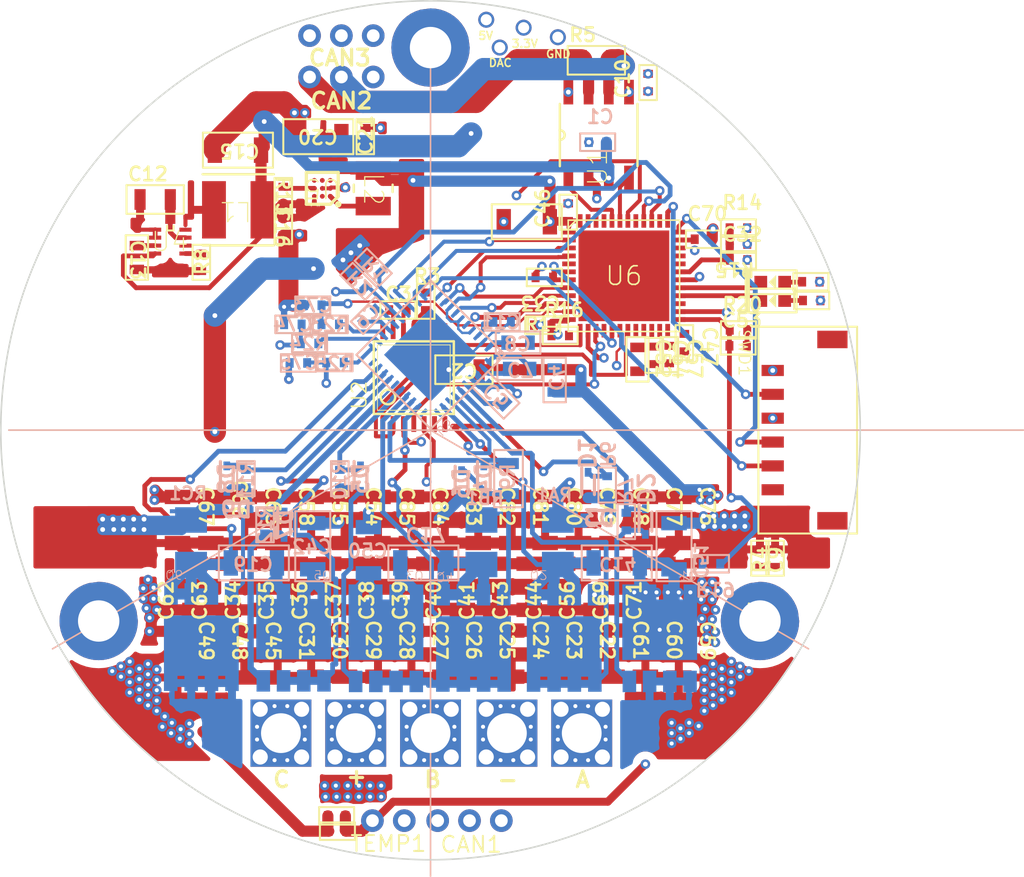
<source format=kicad_pcb>
(kicad_pcb (version 20241229) (generator "pcbnew") (generator_version "9.0")
  (layers (0 "F.Cu" signal) (4 "In1.Cu" signal) (6 "In2.Cu" signal) (2 "B.Cu" signal) (13 "F.Paste" user) (15 "B.Paste" user) (5 "F.SilkS" user "F.Silkscreen") (7 "B.SilkS" user "B.Silkscreen") (1 "F.Mask" user) (3 "B.Mask" user) (25 "Edge.Cuts" user))
  (net 0 "")
  (net 1 "+3V3")
  (net 2 "GND")
  (net 3 "V+")
  (net 4 "V-")
  (net 5 "+5V")
  (net 6 "/SHA")
  (net 7 "/SHB")
  (net 8 "Net-(U3-VCP)")
  (net 9 "Net-(U3-CPH)")
  (net 10 "Net-(U3-CPL)")
  (net 11 "Net-(U3-VGLS)")
  (net 12 "Net-(C9-PadP$1)")
  (net 13 "Net-(U3-DVDD)")
  (net 14 "Net-(U4-VCC)")
  (net 15 "/SXA_P")
  (net 16 "/SXB_P")
  (net 17 "/SHC")
  (net 18 "/SXC_P")
  (net 19 "/VBAT_SENSE")
  (net 20 "/NRST")
  (net 21 "/VTEMP_FET")
  (net 22 "/VTEMP_MOT")
  (net 23 "/FCUR1")
  (net 24 "/FCUR2")
  (net 25 "/FCUR3")
  (net 26 "/CAN_N")
  (net 27 "/CAN_P")
  (net 28 "/GLA")
  (net 29 "/GLA_D")
  (net 30 "/GHA")
  (net 31 "/GHA_D")
  (net 32 "/GLB_D")
  (net 33 "/GLB")
  (net 34 "/GHB_D")
  (net 35 "/GHB")
  (net 36 "/GHC")
  (net 37 "/GHC_D")
  (net 38 "/GLC")
  (net 39 "/GLC_D")
  (net 40 "/LED1")
  (net 41 "Net-(D10-PadANODE)")
  (net 42 "Net-(D11-PadANODE)")
  (net 43 "/LED2")
  (net 44 "/DAC")
  (net 45 "/VSW")
  (net 46 "Net-(U5-SW)")
  (net 49 "/DRV8323_MISO")
  (net 50 "/MOTOR_FAULT")
  (net 51 "Net-(U2-VDD5V)")
  (net 52 "Net-(U4-MODE)")
  (net 53 "Net-(U5-SYNC{slash}_MODE)")
  (net 54 "/CUR1")
  (net 55 "/CUR2")
  (net 56 "/CUR3")
  (net 57 "/SXA_N")
  (net 58 "/SXB_N")
  (net 59 "/SXC_N")
  (net 60 "/SWCLK")
  (net 61 "/SWDIO")
  (net 63 "/CAN_RX")
  (net 64 "/CAN_TX")
  (net 66 "/AUX1_C")
  (net 67 "/AUX1_A")
  (net 69 "/AUX1_B")
  (net 70 "/AS5047_CS")
  (net 73 "/DRV8323_MOSI")
  (net 74 "/DRV8323_CS")
  (net 75 "/MOTOR1")
  (net 76 "/DRV8323_SCLK")
  (net 77 "/MOTOR_HIZ")
  (net 78 "/MOTOR_ENABLE")
  (net 79 "/MOTOR3")
  (net 80 "/MOTOR2")
  (footprint "moteus_n1 (1):QFN50P700X700X60-49N" (layer "F.Cu") (at 163.15 84.55)
    (property "Reference" "U6")
    (property "Value" "STM32G474CEU6" (hide yes))
  )
  (footprint "moteus_n1 (1):R0402" (layer "F.Cu") (at 174.9 84.923 180)
    (property "Reference" "R21" (hide yes))
    (property "Value" "560" (hide yes))
  )
  (footprint "moteus_n1 (1):R0402" (layer "F.Cu") (at 159.15 88.3)
    (property "Reference" "R16")
    (property "Value" "100k 1%" (hide yes))
  )
  (footprint "moteus_n1 (1):C0402" (layer "F.Cu") (at 166 89.5 -90)
    (property "Reference" "C57")
    (property "Value" "1uF" (hide yes))
  )
  (footprint "moteus_n1 (1):C0402" (layer "F.Cu") (at 146.9 75.8 90)
    (property "Reference" "C21")
    (property "Value" "1uF" (hide yes))
  )
  (footprint "moteus_n1 (1):16AWG_TERMcustom" (layer "F.Cu") (at 151 113.3 -90)
    (property "Reference" "B1" (hide yes))
    (property "Value" "PAD16AWG_TERM" (hide yes))
  )
  (footprint "moteus_n1 (1):C1206_NOBORDER" (layer "F.Cu") (at 139.3 99.9 -90)
    (property "Reference" "C65")
    (property "Value" "4.7uF 100V" (hide yes))
  )
  (footprint "moteus_n1 (1):C1206_NOBORDER" (layer "F.Cu") (at 145.6 99.9 -90)
    (property "Reference" "C54")
    (property "Value" "4.7uF 100V" (hide yes))
  )
  (footprint "moteus_n1 (1):C1206" (layer "F.Cu") (at 138.9 76.65 180)
    (property "Reference" "C15")
    (property "Value" "22uF" (hide yes))
  )
  (footprint "moteus_n1 (1):C1206_NOBORDER" (layer "F.Cu") (at 165.6 104.1 90)
    (property "Reference" "C71")
    (property "Value" "4.7uF 100V" (hide yes))
  )
  (footprint "moteus_n1 (1):R0402" (layer "F.Cu") (at 150.7 86.15 90)
    (property "Reference" "R3")
    (property "Value" "0")
  )
  (footprint "moteus_n1 (1):C1206_NOBORDER" (layer "F.Cu") (at 137.2 99.9 -90)
    (property "Reference" "C66")
    (property "Value" "4.7uF 100V" (hide yes))
  )
  (footprint "moteus_n1 (1):1X3" (layer "F.Cu") (at 145.4 72.05)
    (property "Reference" "CAN2")
    (property "Value" "1X3" (hide yes))
  )
  (footprint "moteus_n1 (1):C1206_NOBORDER" (layer "F.Cu") (at 148.8 104.1 90)
    (property "Reference" "C38")
    (property "Value" "4.7uF 100V" (hide yes))
  )
  (footprint "moteus_n1 (1):IND_BOURNS_SRN4018" (layer "F.Cu") (at 138.9182 80.4 180)
    (property "Reference" "L1")
    (property "Value" "SRN4018-220M" (hide yes))
  )
  (footprint "moteus_n1 (1):24AWG_PAD" (layer "F.Cu") (at 156.85 68.95)
    (property "Reference" "D14" (hide yes))
    (property "Value" "PAD24AWG_PAD" (hide yes))
  )
  (footprint "moteus_n1 (1):16AWG_TERMcustom" (layer "F.Cu") (at 141.6 113.3 -90)
    (property "Reference" "C18" (hide yes))
    (property "Value" "PAD16AWG_TERM" (hide yes))
  )
  (footprint "moteus_n1 (1):C1206_NOBORDER" (layer "F.Cu") (at 149.8 108.3 -90)
    (property "Reference" "C27")
    (property "Value" "4.7uF 100V" (hide yes))
  )
  (footprint "moteus_n1 (1):C1206_NOBORDER" (layer "F.Cu") (at 162.4 108.3 -90)
    (property "Reference" "C61")
    (property "Value" "4.7uF 100V" (hide yes))
  )
  (footprint "moteus_n1 (1):C1206_NOBORDER" (layer "F.Cu") (at 166.6 99.9 -90)
    (property "Reference" "C76")
    (property "Value" "4.7uF 100V" (hide yes))
  )
  (footprint "moteus_n1 (1):1X3" (layer "F.Cu") (at 145.4 69.45)
    (property "Reference" "CAN3")
    (property "Value" "1X3" (hide yes))
  )
  (footprint "moteus_n1 (1):C1206_NOBORDER" (layer "F.Cu") (at 155.1 104.1 90)
    (property "Reference" "C41")
    (property "Value" "4.7uF 100V" (hide yes))
  )
  (footprint "moteus_n1 (1):C1206_NOBORDER" (layer "F.Cu") (at 157.2 104.1 90)
    (property "Reference" "C43")
    (property "Value" "4.7uF 100V" (hide yes))
  )
  (footprint "moteus_n1 (1):C1206_NOBORDER" (layer "F.Cu") (at 137.2 108.35 -90)
    (property "Reference" "C48")
    (property "Value" "4.7uF 100V" (hide yes))
  )
  (footprint "moteus_n1 (1):C1206_NOBORDER" (layer "F.Cu") (at 144.6 104.1 90)
    (property "Reference" "C36")
    (property "Value" "4.7uF 100V" (hide yes))
  )
  (footprint "moteus_n1 (1):1X3" (layer "F.Cu") (at 153.45 118.8)
    (property "Reference" "CAN1")
    (property "Value" "1X3" (hide yes))
  )
  (footprint "moteus_n1 (1):C1206_NOBORDER" (layer "F.Cu") (at 146.7 104.1 90)
    (property "Reference" "C37")
    (property "Value" "4.7uF 100V" (hide yes))
  )
  (footprint "moteus_n1 (1):C0402" (layer "F.Cu") (at 158.15 84.65 180)
    (property "Reference" "C33")
    (property "Value" "0.1uF" (hide yes))
  )
  (footprint "moteus_n1 (1):LED0603" (layer "F.Cu") (at 172.5 84.95)
    (property "Reference" "D11" (hide yes))
    (property "Value" "MF-LED-0603-RED" (hide yes))
  )
  (footprint "moteus_n1 (1):M2.5MOUNT" (layer "F.Cu") (at 171.7 106.25 90)
    (property "Reference" "M3")
    (property "Value" "MOUNT" (hide yes))
  )
  (footprint "moteus_n1 (1):C1206_NOBORDER" (layer "F.Cu") (at 142.5 104.1 90)
    (property "Reference" "C35")
    (property "Value" "4.7uF 100V" (hide yes))
  )
  (footprint "moteus_n1 (1):R0402" (layer "F.Cu") (at 170.3433 81.55)
    (property "Reference" "R14")
    (property "Value" "100k 1%" (hide yes))
  )
  (footprint "moteus_n1 (1):C1206_NOBORDER" (layer "F.Cu") (at 158.2 108.3 -90)
    (property "Reference" "C23")
    (property "Value" "4.7uF 100V" (hide yes))
  )
  (footprint "moteus_n1 (1):C1206_NOBORDER" (layer "F.Cu") (at 154 108.3 -90)
    (property "Reference" "C25")
    (property "Value" "4.7uF 100V" (hide yes))
  )
  (footprint "moteus_n1 (1):R0402" (layer "F.Cu") (at 145.15 119.4625 180)
    (property "Reference" "R22" (hide yes))
    (property "Value" "10k 1%" (hide yes))
  )
  (footprint "moteus_n1 (1):24AWG_PAD" (layer "F.Cu") (at 154.5 68.45)
    (property "Reference" "D13" (hide yes))
    (property "Value" "PAD24AWG_PAD" (hide yes))
  )
  (footprint "moteus_n1 (1):C0402" (layer "F.Cu") (at 172.65 102.3 90)
    (property "Reference" "C9")
    (property "Value" "DNP" (hide yes))
  )
  (footprint "moteus_n1 (1):C0402" (layer "F.Cu") (at 170.35 83.55)
    (property "Reference" "C32")
    (property "Value" "0.01uF" (hide yes))
  )
  (footprint "moteus_n1 (1):C1206_NOBORDER" (layer "F.Cu") (at 150.9 104.1 90)
    (property "Reference" "C39")
    (property "Value" "4.7uF 100V" (hide yes))
  )
  (footprint "moteus_n1 (1):C1206_NOBORDER" (layer "F.Cu") (at 160.3 99.9 -90)
    (property "Reference" "C79")
    (property "Value" "4.7uF 100V" (hide yes))
  )
  (footprint "moteus_n1 (1):C1206_NOBORDER" (layer "F.Cu") (at 151.9 108.3 -90)
    (property "Reference" "C26")
    (property "Value" "4.7uF 100V" (hide yes))
  )
  (footprint "moteus_n1 (1):C0402" (layer "F.Cu") (at 170.3297 88.9495)
    (property "Reference" "C53")
    (property "Value" "0.1uF" (hide yes))
  )
  (footprint "moteus_n1 (1):C1206_NOBORDER" (layer "F.Cu") (at 139.3 108.35 -90)
    (property "Reference" "C45")
    (property "Value" "4.7uF 100V" (hide yes))
  )
  (footprint "moteus_n1 (1):C1206_NOBORDER" (layer "F.Cu") (at 156.1 108.3 -90)
    (property "Reference" "C24")
    (property "Value" "4.7uF 100V" (hide yes))
  )
  (footprint "moteus_n1 (1):C1206_NOBORDER" (layer "F.Cu") (at 164.5 99.9 -90)
    (property "Reference" "C77")
    (property "Value" "4.7uF 100V" (hide yes))
  )
  (footprint "moteus_n1 (1):SOIC8" (layer "F.Cu") (at 161.565 75.7 90)
    (property "Reference" "U1")
    (property "Value" "TCAN1042HGV" (hide yes))
  )
  (footprint "moteus_n1 (1):C1206_NOBORDER" (layer "F.Cu") (at 149.8 99.9 -90)
    (property "Reference" "C84")
    (property "Value" "4.7uF 100V" (hide yes))
  )
  (footprint "moteus_n1 (1):C1206" (layer "F.Cu") (at 143.95 75.8 180)
    (property "Reference" "C20")
    (property "Value" "22uF" (hide yes))
  )
  (footprint "moteus_n1 (1):16AWG_TERMcustom" (layer "F.Cu") (at 155.8 113.3 -90)
    (property "Reference" "VN1" (hide yes))
    (property "Value" "PAD16AWG_TERM" (hide yes))
  )
  (footprint "moteus_n1 (1):C0805" (layer "F.Cu") (at 133.7 79.75)
    (property "Reference" "C12")
    (property "Value" "1uF 100V" (hide yes))
  )
  (footprint "moteus_n1 (1):C1206_NOBORDER" (layer "F.Cu") (at 161.4 104.1 90)
    (property "Reference" "C56")
    (property "Value" "4.7uF 100V" (hide yes))
  )
  (footprint "moteus_n1 (1):R0402" (layer "F.Cu") (at 136.6 83.7 90)
    (property "Reference" "R8")
    (property "Value" "0" (hide yes))
  )
  (footprint "moteus_n1 (1):24AWG_PAD" (layer "F.Cu") (at 155.35 70.2)
    (property "Reference" "DAC1" (hide yes))
    (property "Value" "PAD24AWG_PAD" (hide yes))
  )
  (footprint "moteus_n1 (1):C1206_NOBORDER" (layer "F.Cu") (at 143.5 108.3 -90)
    (property "Reference" "C30")
    (property "Value" "4.7uF 100V" (hide yes))
  )
  (footprint "moteus_n1 (1):M2.5MOUNT" (layer "F.Cu") (at 151 70.2 90)
    (property "Reference" "M1" (hide yes))
    (property "Value" "MOUNT" (hide yes))
  )
  (footprint "moteus_n1 (1):R0402" (layer "F.Cu") (at 170.35 87.95)
    (property "Reference" "R20")
    (property "Value" "10k 1%" (hide yes))
  )
  (footprint "moteus_n1 (1):C1206_NOBORDER" (layer "F.Cu") (at 162.4 99.9 -90)
    (property "Reference" "C78")
    (property "Value" "4.7uF 100V" (hide yes))
  )
  (footprint "moteus_n1 (1):C0402" (layer "F.Cu") (at 165.05 89.55 -90)
    (property "Reference" "C64")
    (property "Value" "0.1uF" (hide yes))
  )
  (footprint "moteus_n1 (1):C0402" (layer "F.Cu") (at 141.75 81.45 -90)
    (property "Reference" "C16")
    (property "Value" "1uF" (hide yes))
  )
  (footprint "moteus_n1 (1):C1206_NOBORDER" (layer "F.Cu") (at 160.3 108.3 -90)
    (property "Reference" "C22")
    (property "Value" "4.7uF 100V" (hide yes))
  )
  (footprint "moteus_n1 (1):C1206_NOBORDER" (layer "F.Cu") (at 135.1 99.9 -90)
    (property "Reference" "C67")
    (property "Value" "4.7uF 100V" (hide yes))
  )
  (footprint "moteus_n1 (1):C0402" (layer "F.Cu") (at 159.65 80.55 90)
    (property "Reference" "C46")
    (property "Value" "0.1uF" (hide yes))
  )
  (footprint "moteus_n1 (1):C1206_NOBORDER" (layer "F.Cu") (at 164.5 108.3 -90)
    (property "Reference" "C60")
    (property "Value" "4.7uF 100V" (hide yes))
  )
  (footprint "moteus_n1 (1):C1206_NOBORDER" (layer "F.Cu") (at 153 104.1 90)
    (property "Reference" "C40")
    (property "Value" "4.7uF 100V" (hide yes))
  )
  (footprint "moteus_n1 (1):C1206_NOBORDER" (layer "F.Cu") (at 154 99.9 -90)
    (property "Reference" "C82")
    (property "Value" "4.7uF 100V" (hide yes))
  )
  (footprint "moteus_n1 (1):IND_1008_WE-PMI_WRE" (layer "F.Cu") (at 147.4 79.05 -90)
    (property "Reference" "L2")
    (property "Value" "74479887222A" (hide yes))
  )
  (footprint "moteus_n1 (1):R0402" (layer "F.Cu") (at 170.35 82.55 180)
    (property "Reference" "R15")
    (property "Value" "4.7k 1%" (hide yes))
  )
  (footprint "moteus_n1 (1):C1206_NOBORDER" (layer "F.Cu") (at 147.7 99.9 -90)
    (property "Reference" "C85")
    (property "Value" "4.7uF 100V" (hide yes))
  )
  (footprint "moteus_n1 (1):R0805" (layer "F.Cu") (at 161.42 71)
    (property "Reference" "R5")
    (property "Value" "DNP" (hide yes))
  )
  (footprint "moteus_n1 (1):JST_S6B-ZR-SM4A-TF(LF)(SN)" (layer "F.Cu") (at 172.5 94.25 -90)
    (property "Reference" "SWD1")
    (property "Value" "JST-ZH6")
  )
  (footprint "moteus_n1 (1):C0402" (layer "F.Cu") (at 164.67 72.4 90)
    (property "Reference" "C10")
    (property "Value" "0.1uF" (hide yes))
  )
  (footprint "moteus_n1 (1):16AWG_TERMcustom" (layer "F.Cu") (at 160.5 113.3 -90)
    (property "Reference" "A1" (hide yes))
    (property "Value" "PAD16AWG_TERM" (hide yes))
  )
  (footprint "moteus_n1 (1):C1206_NOBORDER" (layer "F.Cu") (at 156.1 99.9 -90)
    (property "Reference" "C81")
    (property "Value" "4.7uF 100V" (hide yes))
  )
  (footprint "moteus_n1 (1):R0402" (layer "F.Cu") (at 158.05 87.65)
    (property "Reference" "R17")
    (property "Value" "DNP" (hide yes))
  )
  (footprint "moteus_n1 (1):SHORT_TOP-MEDIUM" (layer "F.Cu") (at 134.65 80.65 90)
    (property "Reference" "SH1" (hide yes))
    (property "Value" "SHORTMEDIUM" (hide yes))
  )
  (footprint "moteus_n1 (1):C1206_NOBORDER" (layer "F.Cu") (at 140.4 104.1 90)
    (property "Reference" "C34")
    (property "Value" "4.7uF 100V" (hide yes))
  )
  (footprint "moteus_n1 (1):C1206_NOBORDER" (layer "F.Cu") (at 143.5 99.9 -90)
    (property "Reference" "C55")
    (property "Value" "4.7uF 100V" (hide yes))
  )
  (footprint "moteus_n1 (1):C1206_NOBORDER" (layer "F.Cu") (at 158.2 99.9 -90)
    (property "Reference" "C80")
    (property "Value" "4.7uF 100V" (hide yes))
  )
  (footprint "moteus_n1 (1):C1206_NOBORDER" (layer "F.Cu") (at 135.1 108.35 -90)
    (property "Reference" "C49")
    (property "Value" "4.7uF 100V" (hide yes))
  )
  (footprint "moteus_n1 (1):C1206_NOBORDER" (layer "F.Cu") (at 147.7 108.3 -90)
    (property "Reference" "C28")
    (property "Value" "4.7uF 100V" (hide yes))
  )
  (footprint "moteus_n1 (1):LED0603" (layer "F.Cu") (at 172.5 86.1)
    (property "Reference" "D10" (hide yes))
    (property "Value" "MF-LED-0603-RED" (hide yes))
  )
  (footprint "moteus_n1 (1):C1206_NOBORDER" (layer "F.Cu") (at 145.6 108.3 -90)
    (property "Reference" "C29")
    (property "Value" "4.7uF 100V" (hide yes))
  )
  (footprint "moteus_n1 (1):C1206_NOBORDER" (layer "F.Cu") (at 159.3 104.1 90)
    (property "Reference" "C44")
    (property "Value" "4.7uF 100V" (hide yes))
  )
  (footprint "moteus_n1 (1):C0805" (layer "F.Cu") (at 153.1 90.45 180)
    (property "Reference" "C2")
    (property "Value" "0.47uF 100V" (hide yes))
  )
  (footprint "moteus_n1 (1):C1206_NOBORDER" (layer "F.Cu") (at 151.9 99.9 -90)
    (property "Reference" "C83")
    (property "Value" "4.7uF 100V" (hide yes))
  )
  (footprint "moteus_n1 (1):C1206_NOBORDER" (layer "F.Cu") (at 141.4 108.35 -90)
    (property "Reference" "C31")
    (property "Value" "4.7uF 100V" (hide yes))
  )
  (footprint "moteus_n1 (1):16AWG_TERMcustom" (layer "F.Cu") (at 146.3 113.3 -90)
    (property "Reference" "VP1" (hide yes))
    (property "Value" "PAD16AWG_TERM" (hide yes))
  )
  (footprint "moteus_n1 (1):C1206" (layer "F.Cu") (at 157.05 81.15)
    (property "Reference" "C68" (hide yes))
    (property "Value" "10uF" (hide yes))
  )
  (footprint "moteus_n1 (1):BGA9C50P3X3_165X187X66" (layer "F.Cu") (at 144.2 79.05 180)
    (property "Reference" "U5")
    (property "Value" "ADP5301ACBZ-4-R7" (hide yes))
  )
  (footprint "moteus_n1 (1):C1206_NOBORDER" (layer "F.Cu") (at 138.3 104.1 90)
    (property "Reference" "C63")
    (property "Value" "4.7uF 100V" (hide yes))
  )
  (footprint "moteus_n1 (1):24AWG_PAD" (layer "F.Cu") (at 159 69.55)
    (property "Reference" "DG1" (hide yes))
    (property "Value" "PAD24AWG_PAD" (hide yes))
  )
  (footprint "moteus_n1 (1):21-0487A_MXM" (layer "F.Cu") (at 134.65 82.4)
    (property "Reference" "U4")
    (property "Value" "MAX15062AATA+T" (hide yes))
  )
  (footprint "moteus_n1 (1):C1206_NOBORDER" (layer "F.Cu") (at 141.4 99.9 -90)
    (property "Reference" "C58")
    (property "Value" "4.7uF 100V" (hide yes))
  )
  (footprint "moteus_n1 (1):C0603" (layer "F.Cu") (at 132.55 83.4 -90)
    (property "Reference" "C13")
    (property "Value" "1uF" (hide yes))
  )
  (footprint "moteus_n1 (1):C1206_NOBORDER" (layer "F.Cu") (at 163.5 104.1 90)
    (property "Reference" "C69")
    (property "Value" "4.7uF 100V" (hide yes))
  )
  (footprint "moteus_n1 (1):C1206_NOBORDER" (layer "F.Cu") (at 136.2 104.1 90)
    (property "Reference" "C62")
    (property "Value" "4.7uF 100V" (hide yes))
  )
  (footprint "moteus_n1 (1):C0603" (layer "F.Cu") (at 164 89.8 -90)
    (property "Reference" "C52")
    (property "Value" "4.7uF" (hide yes))
  )
  (footprint "moteus_n1 (1):M2.5MOUNT" (layer "F.Cu") (at 130.15 106.25 90)
    (property "Reference" "M2" (hide yes))
    (property "Value" "MOUNT" (hide yes))
  )
  (footprint "moteus_n1 (1):C0402" (layer "F.Cu") (at 148.95 86.7 180)
    (property "Reference" "C3")
    (property "Value" "0.1uF" (hide yes))
  )
  (footprint "moteus_n1 (1):C0402" (layer "F.Cu") (at 166.95 88.75 -90)
    (property "Reference" "C47")
    (property "Value" "0.1uF" (hide yes))
  )
  (footprint "moteus_n1 (1):R0402" (layer "F.Cu") (at 171.7 102.3 90)
    (property "Reference" "R4")
    (property "Value" "DNP" (hide yes))
  )
  (footprint "moteus_n1 (1):1X2" (layer "F.Cu") (at 148.35 118.8 180)
    (property "Reference" "TEMP1")
    (property "Value" "1X2" (hide yes))
  )
  (footprint "moteus_n1 (1):R0402" (layer "F.Cu") (at 174.95 86.1 180)
    (property "Reference" "R18" (hide yes))
    (property "Value" "560" (hide yes))
  )
  (footprint "moteus_n1 (1):C0402" (layer "F.Cu") (at 168.15 82.25)
    (property "Reference" "C70")
    (property "Value" "0.1uF" (hide yes))
  )
  (footprint "moteus_n1 (1):R0402" (layer "F.Cu") (at 141.75 79.5 -90)
    (property "Reference" "R13")
    (property "Value" "0" (hide yes))
  )
  (footprint "moteus_n1 (1):C0402" (layer "F.Cu") (at 145.1 118.5 180)
    (property "Reference" "C72" (hide yes))
    (property "Value" "0.1uF" (hide yes))
  )
  (footprint "moteus_n1 (1):C1206_NOBORDER" (layer "F.Cu") (at 166.6 108.35 -90)
    (property "Reference" "C59")
    (property "Value" "4.7uF 100V" (hide yes))
  )
  (footprint "moteus_n1 (1):TSSOP14" (layer "F.Cu") (at 149.95 90.95)
    (property "Reference" "U2")
    (property "Value" "AS5147" (hide yes))
  )
  (footprint "moteus_n1 (1):SODFL1608X70N" (layer "B.Cu") (at 152.95 97.6 -90)
    (property "Reference" "D6")
    (property "Value" "BAT41KFILM" (hide yes))
  )
  (footprint "moteus_n1 (1):SOP_ADVANCE_8_VIAS" (layer "B.Cu") (at 142.4 107.1125 180)
    (property "Reference" "Q5")
    (property "Value" "TPH1R204PL_VIAS" (hide yes))
  )
  (footprint "moteus_n1 (1):SODFL1608X70N" (layer "B.Cu") (at 154.35 97.3 -90)
    (property "Reference" "D4")
    (property "Value" "BAT41KFILM" (hide yes))
  )
  (footprint "moteus_n1 (1):R0402" (layer "B.Cu") (at 139.4 97.3 -90)
    (property "Reference" "R11")
    (property "Value" "7.5" (hide yes))
  )
  (footprint "moteus_n1 (1):R0402" (layer "B.Cu") (at 145.3 97.3 -90)
    (property "Reference" "R10")
    (property "Value" "7.5" (hide yes))
  )
  (footprint "moteus_n1 (1):C0603" (layer "B.Cu") (at 156.6 90.4)
    (property "Reference" "C7")
    (property "Value" "0.1uF 100V" (hide yes))
  )
  (footprint "moteus_n1 (1):C0402" (layer "B.Cu") (at 142.7 90.027 180)
    (property "Reference" "C75")
    (property "Value" "1000pF" (hide yes))
  )
  (footprint "moteus_n1 (1):SOP_ADVANCE_8" (layer "B.Cu") (at 136.6 107.45)
    (property "Reference" "Q6")
    (property "Value" "TPH1R204PLSOP_ADVANCE_8" (hide yes))
  )
  (footprint "moteus_n1 (1):C0603" (layer "B.Cu") (at 155.1 92.05 -45)
    (property "Reference" "C5")
    (property "Value" "1uF" (hide yes))
  )
  (footprint "moteus_n1 (1):SHORT_TOP-50" (layer "B.Cu") (at 134.877 99.35 180)
    (property "Reference" "SH4" (hide yes))
    (property "Value" "SHORTT5" (hide yes))
  )
  (footprint "moteus_n1 (1):M1206" (layer "B.Cu") (at 159 101.3 -90)
    (property "Reference" "RA1")
    (property "Value" "0.5mOhm 1% 2W" (hide yes))
  )
  (footprint "moteus_n1 (1):R0402" (layer "B.Cu") (at 144.7 87.6 180)
    (property "Reference" "R23")
    (property "Value" "22" (hide yes))
  )
  (footprint "moteus_n1 (1):R0402" (layer "B.Cu") (at 162.1 97.7 -90)
    (property "Reference" "R6")
    (property "Value" "7.5" (hide yes))
  )
  (footprint "moteus_n1 (1):R0402" (layer "B.Cu") (at 145 90 180)
    (property "Reference" "R25")
    (property "Value" "22" (hide yes))
  )
  (footprint "moteus_n1 (1):C0603" (layer "B.Cu") (at 158.8 91.1 90)
    (property "Reference" "C4")
    (property "Value" "0.1uF 100V" (hide yes))
  )
  (footprint "moteus_n1 (1):R0402" (layer "B.Cu") (at 143.4 88.8 180)
    (property "Reference" "R24")
    (property "Value" "22" (hide yes))
  )
  (footprint "moteus_n1 (1):M1206" (layer "B.Cu") (at 135.954 101.3 -90)
    (property "Reference" "RC1")
    (property "Value" "0.5mOhm 1% 2W" (hide yes))
  )
  (footprint "moteus_n1 (1):C1206" (layer "B.Cu") (at 166.3 101.55 90)
    (property "Reference" "C51")
    (property "Value" "4.7uF 100V" (hide yes))
  )
  (footprint "moteus_n1 (1):C0402" (layer "B.Cu") (at 161.5 76.15 180)
    (property "Reference" "C1")
    (property "Value" "0.1uF" (hide yes))
  )
  (footprint "moteus_n1 (1):SOP_ADVANCE_8" (layer "B.Cu") (at 159.4 107.5)
    (property "Reference" "Q2")
    (property "Value" "TPH1R204PLSOP_ADVANCE_8" (hide yes))
  )
  (footprint "moteus_n1 (1):C0402" (layer "B.Cu") (at 155.5 87.45 180)
    (property "Reference" "C11")
    (property "Value" "1uF" (hide yes))
  )
  (footprint "moteus_n1 (1):SODFL1608X70N" (layer "B.Cu") (at 138.8 99.25 180)
    (property "Reference" "D9")
    (property "Value" "BAT41KFILM" (hide yes))
  )
  (footprint "moteus_n1 (1):R0402" (layer "B.Cu") (at 140.6 100.2 -90)
    (property "Reference" "R12")
    (property "Value" "7.5" (hide yes))
  )
  (footprint "moteus_n1 (1):C1206" (layer "B.Cu") (at 139.9 102.6 180)
    (property "Reference" "C19")
    (property "Value" "0.1uF 100V" (hide yes))
  )
  (footprint "moteus_n1 (1):SODFL1608X70N" (layer "B.Cu") (at 146.6 97.3 -90)
    (property "Reference" "D5")
    (property "Value" "BAT41KFILM" (hide yes))
  )
  (footprint "moteus_n1 (1):R0402" (layer "B.Cu") (at 168.65 102.65)
    (property "Reference" "R19")
    (property "Value" "47k NTC" (hide yes))
  )
  (footprint "moteus_n1 (1):R0402" (layer "B.Cu") (at 146.5 84.9 -45)
    (property "Reference" "R2")
    (property "Value" "2k" (hide yes))
  )
  (footprint "moteus_n1 (1):C1206_NOBORDER" (layer "B.Cu") (at 147.1 101.8 90)
    (property "Reference" "C50")
    (property "Value" "4.7uF 100V" (hide yes))
  )
  (footprint "moteus_n1 (1):SOP_ADVANCE_8_VIAS" (layer "B.Cu") (at 148.2 107.15 180)
    (property "Reference" "Q3")
    (property "Value" "TPH1R204PL_VIAS" (hide yes))
  )
  (footprint "moteus_n1 (1):SHORT_TOP-50" (layer "B.Cu") (at 160 99.4)
    (property "Reference" "SH2" (hide yes))
    (property "Value" "SHORTT5" (hide yes))
  )
  (footprint "moteus_n1 (1):SODFL1608X70N" (layer "B.Cu") (at 164.5 100 -90)
    (property "Reference" "D2")
    (property "Value" "BAT41KFILM" (hide yes))
  )
  (footprint "moteus_n1 (1):C0402" (layer "B.Cu") (at 143.6 86.4 180)
    (property "Reference" "C73")
    (property "Value" "1000pF" (hide yes))
  )
  (footprint "moteus_n1 (1):SODFL1608X70N" (layer "B.Cu") (at 160.9 97.7 -90)
    (property "Reference" "D1")
    (property "Value" "BAT41KFILM" (hide yes))
  )
  (footprint "moteus_n1 (1):WQFN-40" (layer "B.Cu") (at 151.011953 89.513173 45)
    (property "Reference" "U3")
    (property "Value" "DRV8353S" (hide yes))
  )
  (footprint "moteus_n1 (1):M1206" (layer "B.Cu") (at 154.2 101.3 -90)
    (property "Reference" "RB1")
    (property "Value" "0.5mOhm 1% 2W" (hide yes))
  )
  (footprint "moteus_n1 (1):R0402" (layer "B.Cu") (at 147.4 84 -45)
    (property "Reference" "R1")
    (property "Value" "2k" (hide yes))
  )
  (footprint "moteus_n1 (1):C1206" (layer "B.Cu") (at 143.6 101.55 90)
    (property "Reference" "C42")
    (property "Value" "4.7uF 100V" (hide yes))
  )
  (footprint "moteus_n1 (1):R0805" (layer "B.Cu") (at 155.9 97.3 -90)
    (property "Reference" "R9")
    (property "Value" "7.5" (hide yes))
  )
  (footprint "moteus_n1 (1):SODFL1608X70N" (layer "B.Cu") (at 141.8 100.2 -90)
    (property "Reference" "D7")
    (property "Value" "BAT41KFILM" (hide yes))
  )
  (footprint "moteus_n1 (1):SODFL1608X70N" (layer "B.Cu") (at 138.2 97.3 -90)
    (property "Reference" "D8")
    (property "Value" "BAT41KFILM" (hide yes))
  )
  (footprint "moteus_n1 (1):SHORT_TOP-50" (layer "B.Cu") (at 155.3 99.5)
    (property "Reference" "SH3" (hide yes))
    (property "Value" "SHORTT5" (hide yes))
  )
  (footprint "moteus_n1 (1):R0402" (layer "B.Cu") (at 163.3 100 -90)
    (property "Reference" "R7")
    (property "Value" "7.5" (hide yes))
  )
  (footprint "moteus_n1 (1):SODFL1608X70N" (layer "B.Cu") (at 161.5 99.7 180)
    (property "Reference" "D3")
    (property "Value" "BAT41KFILM" (hide yes))
  )
  (footprint "moteus_n1 (1):C1206" (layer "B.Cu") (at 150.55 102.6)
    (property "Reference" "C17")
    (property "Value" "0.1uF 100V" (hide yes))
  )
  (footprint "moteus_n1 (1):C0402" (layer "B.Cu") (at 147.161091 87.038909 -135)
    (property "Reference" "C6")
    (property "Value" "0.1uF" (hide yes))
  )
  (footprint "moteus_n1 (1):SOP_ADVANCE_8" (layer "B.Cu") (at 153.7 107.5)
    (property "Reference" "Q4")
    (property "Value" "TPH1R204PLSOP_ADVANCE_8" (hide yes))
  )
  (footprint "moteus_n1 (1):SOP_ADVANCE_8_VIAS" (layer "B.Cu") (at 165.4 107.15 180)
    (property "Reference" "Q1")
    (property "Value" "TPH1R204PL_VIAS" (hide yes))
  )
  (footprint "moteus_n1 (1):C0402" (layer "B.Cu") (at 142.35 87.6 180)
    (property "Reference" "C74")
    (property "Value" "1000pF" (hide yes))
  )
  (footprint "moteus_n1 (1):C1206" (layer "B.Cu") (at 162.7 102.6 180)
    (property "Reference" "C14")
    (property "Value" "0.1uF 100V" (hide yes))
  )
  (footprint "moteus_n1 (1):C0603" (layer "B.Cu") (at 156.5 88.75 180)
    (property "Reference" "C8")
    (property "Value" "1uF" (hide yes))
  )
  (gr_line (start 151 94.25) (end 174.75 108) (stroke (width 0.1)) (layer "B.SilkS"))
  (gr_line (start 151 94.25) (end 127.25 108) (stroke (width 0.1)) (layer "B.SilkS"))
  (gr_line (start 124.5 94.25) (end 188.25 94.25) (stroke (width 0.1)) (layer "B.SilkS"))
  (gr_line (start 151 69.3) (end 151 122.3) (stroke (width 0.1)) (layer "B.SilkS"))
  (gr_circle (center 151 94.26) (end 178 94.26) (stroke (width 0.1)) (fill no) (layer "Edge.Cuts"))
  (gr_text "3.3V\n" (at 156.05 70.25 0) (layer "F.SilkS") (effects (font (size 0.5 0.5) (thickness 0.1) (bold yes)) (justify left bottom)))
  (gr_text "5V" (at 153.95 69.75 0) (layer "F.SilkS") (effects (font (size 0.5 0.5) (thickness 0.1) (bold yes)) (justify left bottom)))
  (gr_text "DAC" (at 154.6 71.45 0) (layer "F.SilkS") (effects (font (size 0.5 0.5) (thickness 0.1) (bold yes)) (justify left bottom)))
  (gr_text "C" (at 141 116.8 0) (layer "F.SilkS") (effects (font (size 1 1) (thickness 0.2) (bold yes)) (justify left bottom)))
  (gr_text "B" (at 150.5 116.8 0) (layer "F.SilkS") (effects (font (size 1 1) (thickness 0.2) (bold yes)) (justify left bottom)))
  (gr_text "+" (at 145.6 116.6 0) (layer "F.SilkS") (effects (font (size 1 1) (thickness 0.2) (bold yes)) (justify left bottom)))
  (gr_text "A" (at 160 116.8 0) (layer "F.SilkS") (effects (font (size 1 1) (thickness 0.2) (bold yes)) (justify left bottom)))
  (gr_text "-" (at 155.1 116.8 0) (layer "F.SilkS") (effects (font (size 1 1) (thickness 0.2) (bold yes)) (justify left bottom)))
  (gr_text "GND" (at 158.2 70.9 0) (layer "F.SilkS") (effects (font (size 0.5 0.5) (thickness 0.1) (bold yes)) (justify left bottom)))
  (segment (start 149.9 78.55) (end 148.0176 78.55) (width 0.7) (layer "F.Cu") (net 1))
  (segment (start 158.5 81.15) (end 158.5 78.6) (width 0.7) (layer "F.Cu") (net 1))
  (segment (start 149.3 88.0322) (end 149.3 86.9) (width 0.25) (layer "F.Cu") (net 1))
  (segment (start 167.55 82.3) (end 167.6 82.25) (width 0.3) (layer "F.Cu") (net 1))
  (segment (start 160.4 81.1) (end 159.65 81.1) (width 0.3) (layer "F.Cu") (net 1))
  (segment (start 148.0176 78.55) (end 147.4 77.9324) (width 0.7) (layer "F.Cu") (net 1))
  (segment (start 149.3 86.9) (end 149.5 86.7) (width 0.25) (layer "F.Cu") (net 1))
  (segment (start 166.6 82.3) (end 167.55 82.3) (width 0.3) (layer "F.Cu") (net 1))
  (via (at 175.45 84.923) (size 0.6) (drill 0.3) (layers "F.Cu" "B.Cu") (net 1))
  (via (at 163.47 73) (size 0.6) (drill 0.3) (layers "F.Cu" "B.Cu") (net 1))
  (via (at 146 83.1) (size 0.6) (drill 0.3) (layers "F.Cu" "B.Cu") (net 1))
  (via (at 164.67 72.95) (size 0.6) (drill 0.3) (layers "F.Cu" "B.Cu") (net 1))
  (via (at 146.55 82.65) (size 0.6) (drill 0.3) (layers "F.Cu" "B.Cu") (net 1))
  (via (at 172.5 90.5) (size 0.6) (drill 0.3) (layers "F.Cu" "B.Cu") (net 1))
  (via (at 145.5 83.55) (size 0.6) (drill 0.3) (layers "F.Cu" "B.Cu") (net 1))
  (via (at 149.9 78.55) (size 0.6) (drill 0.3) (layers "F.Cu" "B.Cu") (net 1))
  (via (at 175.5 86.1) (size 0.6) (drill 0.3) (layers "F.Cu" "B.Cu") (net 1))
  (via (at 158.5 81.15) (size 0.6) (drill 0.3) (layers "F.Cu" "B.Cu") (net 1))
  (via (at 158.5 78.6) (size 0.6) (drill 0.3) (layers "F.Cu" "B.Cu") (net 1))
  (via (at 167.6 82.95) (size 0.6) (drill 0.3) (layers "F.Cu" "B.Cu") (net 1))
  (segment (start 149.95 78.6) (end 149.9 78.55) (width 0.7) (layer "B.Cu") (net 1))
  (segment (start 158.5 78.6) (end 149.95 78.6) (width 0.7) (layer "B.Cu") (net 1))
  (segment (start 146.772182 87.427818) (end 147.865938 87.427818) (width 0.25) (layer "B.Cu") (net 1))
  (segment (start 147.865938 87.427818) (end 148.431013 87.992893) (width 0.25) (layer "B.Cu") (net 1))
  (segment (start 142.5 75.8) (end 142.5 74.35) (width 1.4) (layer "F.Cu") (net 2))
  (segment (start 141.8 86.5) (end 141.8 82.05) (width 0.7) (layer "F.Cu") (net 2))
  (segment (start 150.75 97.5) (end 150.75 96.5024) (width 0.25) (layer "F.Cu") (net 2))
  (segment (start 142.9625 119.4625) (end 136.7 113.2) (width 0.7) (layer "F.Cu") (net 2))
  (segment (start 161.45 78.92) (end 160.93 78.4) (width 0.5) (layer "F.Cu") (net 2))
  (segment (start 151.2 96.0524) (end 151.2 94.95) (width 0.25) (layer "F.Cu") (net 2))
  (segment (start 141.7966 73.6466) (end 142.45 74.3) (width 1.4) (layer "F.Cu") (net 2))
  (segment (start 170.8797 88.9495) (end 170.8797 87.9703) (width 0.3) (layer "F.Cu") (net 2))
  (segment (start 140.051535 73.6466) (end 141.7966 73.6466) (width 1.4) (layer "F.Cu") (net 2))
  (segment (start 142.35 82.35) (end 142.75 81.95) (width 0.7) (layer "F.Cu") (net 2))
  (segment (start 145.65 79) (end 144.75 79) (width 0.25) (layer "F.Cu") (net 2))
  (segment (start 148.65 86.95) (end 148.4 86.7) (width 0.25) (layer "F.Cu") (net 2))
  (segment (start 141.75 82) (end 142.7 82) (width 0.7) (layer "F.Cu") (net 2))
  (segment (start 157.6 84.65) (end 157.6 84.361602) (width 0.3) (layer "F.Cu") (net 2))
  (segment (start 142.7 82) (end 142.75 81.95) (width 0.7) (layer "F.Cu") (net 2))
  (segment (start 137.45 76.65) (end 137.45 76.248135) (width 1.4) (layer "F.Cu") (net 2))
  (segment (start 142.35 86.45) (end 142.35 82.35) (width 0.7) (layer "F.Cu") (net 2))
  (segment (start 151.2 94.95) (end 150.6 94.35) (width 0.25) (layer "F.Cu") (net 2))
  (segment (start 142.3 86.5) (end 142.35 86.45) (width 0.4) (layer "F.Cu") (net 2))
  (segment (start 157.871178 87.65) (end 157.897598 87.62358) (width 0.3) (layer "F.Cu") (net 2))
  (segment (start 141.8 82.05) (end 141.75 82) (width 0.7) (layer "F.Cu") (net 2))
  (segment (start 134.65 81.8123) (end 134.9877 82.15) (width 0.3) (layer "F.Cu") (net 2))
  (segment (start 144.55 119.4125) (end 144.6 119.4625) (width 0.7) (layer "F.Cu") (net 2))
  (segment (start 150.75 96.5024) (end 151.2 96.0524) (width 0.25) (layer "F.Cu") (net 2))
  (segment (start 134.9877 82.15) (end 135.6025 82.15) (width 0.3) (layer "F.Cu") (net 2))
  (segment (start 148.65 88.0322) (end 148.65 86.95) (width 0.25) (layer "F.Cu") (net 2))
  (segment (start 134.65 80.9675) (end 134.65 81.8123) (width 0.3) (layer "F.Cu") (net 2))
  (segment (start 144.55 118.5) (end 144.55 119.4125) (width 0.7) (layer "F.Cu") (net 2))
  (segment (start 144.2 79.05) (end 144.7 79.05) (width 0.25) (layer "F.Cu") (net 2))
  (segment (start 157.5 87.65) (end 157.871178 87.65) (width 0.3) (layer "F.Cu") (net 2))
  (segment (start 137.45 76.248135) (end 140.051535 73.6466) (width 1.4) (layer "F.Cu") (net 2))
  (segment (start 150.6 94.35) (end 150.6 93.8678) (width 0.25) (layer "F.Cu") (net 2))
  (segment (start 170.8797 87.9703) (end 170.9 87.95) (width 0.3) (layer "F.Cu") (net 2))
  (segment (start 142.5 74.35) (end 142.45 74.3) (width 1.4) (layer "F.Cu") (net 2))
  (segment (start 168.7 81.65) (end 168.75 81.6) (width 0.7) (layer "F.Cu") (net 2))
  (segment (start 168.7 82.25) (end 168.7 81.65) (width 0.7) (layer "F.Cu") (net 2))
  (segment (start 141.8 86.5) (end 142.3 86.5) (width 0.4) (layer "F.Cu") (net 2))
  (segment (start 144.75 79) (end 144.7 79.05) (width 0.25) (layer "F.Cu") (net 2))
  (segment (start 144.6 119.4625) (end 142.9625 119.4625) (width 0.7) (layer "F.Cu") (net 2))
  (segment (start 157.6 84.361602) (end 158 83.961602) (width 0.3) (layer "F.Cu") (net 2))
  (segment (start 161.45 79.7) (end 161.45 78.92) (width 0.5) (layer "F.Cu") (net 2))
  (via (at 145.65 79) (size 0.6) (drill 0.3) (layers "F.Cu" "B.Cu") (net 2))
  (via (at 172.5 93.5) (size 0.6) (drill 0.3) (layers "F.Cu" "B.Cu") (net 2))
  (via (at 147.85 75.25) (size 0.6) (drill 0.3) (layers "F.Cu" "B.Cu") (net 2))
  (via (at 164.67 71.85) (size 0.6) (drill 0.3) (layers "F.Cu" "B.Cu") (net 2))
  (via (at 159.66 73) (size 0.6) (drill 0.3) (layers "F.Cu" "B.Cu") (net 2))
  (via (at 141.8 86.5) (size 0.6) (drill 0.254) (layers "F.Cu" "B.Cu") (net 2))
  (via (at 170.9 82.55) (size 0.6) (drill 0.3) (layers "F.Cu" "B.Cu") (net 2))
  (via (at 155.6 81.15) (size 0.6) (drill 0.3) (layers "F.Cu" "B.Cu") (net 2))
  (via (at 142.1 91.05) (size 0.6) (drill 0.254) (layers "F.Cu" "B.Cu") (net 2))
  (via (at 168.75 81.6) (size 0.6) (drill 0.3) (layers "F.Cu" "B.Cu") (net 2))
  (via (at 158 83.961602) (size 0.6) (drill 0.3) (layers "F.Cu" "B.Cu") (net 2))
  (via (at 160.95 76.15) (size 0.6) (drill 0.3) (layers "F.Cu" "B.Cu") (net 2))
  (via (at 143.1 74.3) (size 0.6) (drill 0.3) (layers "F.Cu" "B.Cu") (net 2))
  (via (at 170.9 83.55) (size 0.6) (drill 0.3) (layers "F.Cu" "B.Cu") (net 2))
  (via (at 142.45 74.3) (size 0.6) (drill 0.3) (layers "F.Cu" "B.Cu") (net 2))
  (via (at 159.65 80) (size 0.6) (drill 0.3) (layers "F.Cu" "B.Cu") (net 2))
  (via (at 150.75 97.5) (size 0.6) (drill 0.3) (layers "F.Cu" "B.Cu") (net 2))
  (via (at 142.75 81.95) (size 0.6) (drill 0.3) (layers "F.Cu" "B.Cu") (net 2))
  (via (at 157.897598 87.62358) (size 0.6) (drill 0.3) (layers "F.Cu" "B.Cu") (net 2))
  (via (at 161.45 79.7) (size 0.6) (drill 0.3) (layers "F.Cu" "B.Cu") (net 2))
  (via (at 142.35 86.45) (size 0.6) (drill 0.254) (layers "F.Cu" "B.Cu") (net 2))
  (segment (start 143.05 86.4) (end 142.4 86.4) (width 0.4) (layer "B.Cu") (net 2))
  (segment (start 147.795227 86.65) (end 148.784567 87.63934) (width 0.25) (layer "B.Cu") (net 2))
  (segment (start 142.1 91.05) (end 142.1 90.077) (width 0.4) (layer "B.Cu") (net 2))
  (segment (start 141.8 87.6) (end 141.8 86.5) (width 0.4) (layer "B.Cu") (net 2))
  (segment (start 147.55 86.65) (end 147.795227 86.65) (width 0.25) (layer "B.Cu") (net 2))
  (segment (start 141.9 86.4) (end 141.8 86.5) (width 0.7) (layer "B.Cu") (net 2))
  (segment (start 142.4 86.4) (end 142.35 86.45) (width 0.4) (layer "B.Cu") (net 2))
  (segment (start 142.1 90.077) (end 142.15 90.027) (width 0.4) (layer "B.Cu") (net 2))
  (segment (start 143.05 86.4) (end 141.9 86.4) (width 0.7) (layer "B.Cu") (net 2))
  (segment (start 147.9 117.3) (end 147.9 116.6) (width 0.7) (layer "F.Cu") (net 3))
  (segment (start 135.1 98.45) (end 133.85 98.45) (width 0.7) (layer "F.Cu") (net 3))
  (segment (start 135.1 98.45) (end 134.1 98.45) (width 0.7) (layer "F.Cu") (net 3))
  (segment (start 144.4 117.3) (end 147.2 117.3) (width 0.7) (layer "F.Cu") (net 3))
  (segment (start 147.2 116.6) (end 144.35 116.6) (width 0.7) (layer "F.Cu") (net 3))
  (segment (start 136.2 105.55) (end 165.6 105.55) (width 0.7) (layer "F.Cu") (net 3))
  (segment (start 133.85 105.55) (end 133.35 106.05) (width 0.7) (layer "F.Cu") (net 3))
  (segment (start 147.9 116.6) (end 147.2 116.6) (width 0.7) (layer "F.Cu") (net 3))
  (segment (start 147.2 117.3) (end 147.9 117.3) (width 0.7) (layer "F.Cu") (net 3))
  (segment (start 167.45 98.45) (end 167.9 98) (width 0.7) (layer "F.Cu") (net 3))
  (segment (start 166.6 98.45) (end 168.95 98.45) (width 0.7) (layer "F.Cu") (net 3))
  (segment (start 133.85 98.45) (end 133.7 98.6) (width 0.7) (layer "F.Cu") (net 3))
  (segment (start 166.6 106.55) (end 165.6 105.55) (width 0.7) (layer "F.Cu") (net 3))
  (segment (start 135.1 106.9) (end 133.35 106.9) (width 0.7) (layer "F.Cu") (net 3))
  (segment (start 133.7 98.05) (end 133.7 98.020711) (width 0.7) (layer "F.Cu") (net 3))
  (segment (start 144.35 117.25) (end 144.4 117.3) (width 0.7) (layer "F.Cu") (net 3))
  (segment (start 168.95 98.45) (end 169.05 98.35) (width 0.7) (layer "F.Cu") (net 3))
  (segment (start 147.2 116.6) (end 147.2 117.3) (width 0.7) (layer "F.Cu") (net 3))
  (segment (start 166.6 98.45) (end 167.45 98.45) (width 0.7) (layer "F.Cu") (net 3))
  (segment (start 154.05 90.45) (end 160.45 90.45) (width 0.7) (layer "F.Cu") (net 3))
  (segment (start 166.6 106.9) (end 168.682964 106.9) (width 0.7) (layer "F.Cu") (net 3))
  (segment (start 168.682964 106.9) (end 168.732964 106.95) (width 0.7) (layer "F.Cu") (net 3))
  (segment (start 135.1 106.65) (end 136.2 105.55) (width 0.7) (layer "F.Cu") (net 3))
  (segment (start 166.6 106.9) (end 135.1 106.9) (width 0.7) (layer "F.Cu") (net 3))
  (segment (start 134.1 98.45) (end 133.7 98.05) (width 0.7) (layer "F.Cu") (net 3))
  (segment (start 133.6975 82.15) (end 133.6975 81.65) (width 0.3) (layer "F.Cu") (net 3))
  (segment (start 166.6 106.9) (end 166.6 106.55) (width 0.7) (layer "F.Cu") (net 3))
  (segment (start 166.6 98.45) (end 135.1 98.45) (width 0.7) (layer "F.Cu") (net 3))
  (segment (start 136.2 105.55) (end 133.85 105.55) (width 0.7) (layer "F.Cu") (net 3))
  (segment (start 135.1 106.9) (end 135.1 106.65) (width 0.7) (layer "F.Cu") (net 3))
  (segment (start 144.35 116.6) (end 144.35 117.25) (width 0.7) (layer "F.Cu") (net 3))
  (via (at 167.9 98) (size 0.6) (drill 0.254) (layers "F.Cu" "B.Cu") (net 3))
  (via (at 168.7 104.9) (size 0.6) (drill 0.254) (layers "F.Cu" "B.Cu") (net 3))
  (via (at 133.6 104.15) (size 0.6) (drill 0.254) (layers "F.Cu" "B.Cu") (net 3))
  (via (at 165.2 104.45) (size 0.6) (drill 0.254) (layers "F.Cu" "B.Cu") (net 3))
  (via (at 169.05 98.35) (size 0.6) (drill 0.254) (layers "F.Cu" "B.Cu") (net 3))
  (via (at 147.2 117.3) (size 0.6) (drill 0.254) (layers "F.Cu" "B.Cu") (net 3))
  (via (at 147.9 116.6) (size 0.6) (drill 0.254) (layers "F.Cu" "B.Cu") (net 3))
  (via (at 168.25 105.5) (size 0.6) (drill 0.254) (layers "F.Cu" "B.Cu") (net 3))
  (via (at 146.5 117.3) (size 0.6) (drill 0.254) (layers "F.Cu" "B.Cu") (net 3))
  (via (at 133.65 98.65) (size 0.6) (drill 0.254) (layers "F.Cu" "B.Cu") (net 3))
  (via (at 168.35 106.65) (size 0.6) (drill 0.254) (layers "F.Cu" "B.Cu") (net 3))
  (via (at 168.05 106.1) (size 0.6) (drill 0.254) (layers "F.Cu" "B.Cu") (net 3))
  (via (at 168.4 104.35) (size 0.6) (drill 0.254) (layers "F.Cu" "B.Cu") (net 3))
  (via (at 133.25 103.65) (size 0.6) (drill 0.254) (layers "F.Cu" "B.Cu") (net 3))
  (via (at 144.35 116.6) (size 0.6) (drill 0.254) (layers "F.Cu" "B.Cu") (net 3))
  (via (at 133.65 98) (size 0.6) (drill 0.254) (layers "F.Cu" "B.Cu") (net 3))
  (via (at 169.05 104.35) (size 0.6) (drill 0.254) (layers "F.Cu" "B.Cu") (net 3))
  (via (at 132.95 104.85) (size 0.6) (drill 0.254) (layers "F.Cu" "B.Cu") (net 3))
  (via (at 168.05 103.8) (size 0.6) (drill 0.254) (layers "F.Cu" "B.Cu") (net 3))
  (via (at 168.9 107.6) (size 0.6) (drill 0.254) (layers "F.Cu" "B.Cu") (net 3))
  (via (at 133.15 105.45) (size 0.6) (drill 0.254) (layers "F.Cu" "B.Cu") (net 3))
  (via (at 168 104.9) (size 0.6) (drill 0.254) (layers "F.Cu" "B.Cu") (net 3))
  (via (at 147.2 116.6) (size 0.6) (drill 0.254) (layers "F.Cu" "B.Cu") (net 3))
  (via (at 168.55 98) (size 0.6) (drill 0.254) (layers "F.Cu" "B.Cu") (net 3))
  (via (at 145.05 116.6) (size 0.6) (drill 0.254) (layers "F.Cu" "B.Cu") (net 3))
  (via (at 168.9 106.95) (size 0.6) (drill 0.254) (layers "F.Cu" "B.Cu") (net 3))
  (via (at 168.35 107.25) (size 0.6) (drill 0.254) (layers "F.Cu" "B.Cu") (net 3))
  (via (at 165.9125 104.45) (size 0.6) (drill 0.254) (layers "F.Cu" "B.Cu") (net 3))
  (via (at 168.9 105.55) (size 0.6) (drill 0.254) (layers "F.Cu" "B.Cu") (net 3))
  (via (at 133.6 104.85) (size 0.6) (drill 0.254) (layers "F.Cu" "B.Cu") (net 3))
  (via (at 156.45 91.9558) (size 0.6) (drill 0.3) (layers "F.Cu" "B.Cu") (net 3))
  (via (at 164.5125 104.45) (size 0.6) (drill 0.254) (layers "F.Cu" "B.Cu") (net 3))
  (via (at 144.4 117.3) (size 0.6) (drill 0.254) (layers "F.Cu" "B.Cu") (net 3))
  (via (at 166.6 104.45) (size 0.6) (drill 0.254) (layers "F.Cu" "B.Cu") (net 3))
  (via (at 165.4 106.8) (size 0.6) (drill 0.254) (layers "F.Cu" "B.Cu") (net 3))
  (via (at 168.7 103.8) (size 0.6) (drill 0.254) (layers "F.Cu" "B.Cu") (net 3))
  (via (at 168.7 106.15) (size 0.6) (drill 0.254) (layers "F.Cu" "B.Cu") (net 3))
  (via (at 147.9 117.3) (size 0.6) (drill 0.254) (layers "F.Cu" "B.Cu") (net 3))
  (via (at 145.1 117.3) (size 0.6) (drill 0.254) (layers "F.Cu" "B.Cu") (net 3))
  (via (at 168.55 98.65) (size 0.6) (drill 0.254) (layers "F.Cu" "B.Cu") (net 3))
  (via (at 133.8 105.55) (size 0.6) (drill 0.254) (layers "F.Cu" "B.Cu") (net 3))
  (via (at 167.325 104.45) (size 0.6) (drill 0.254) (layers "F.Cu" "B.Cu") (net 3))
  (via (at 160.45 90.45) (size 0.6) (drill 0.3) (layers "F.Cu" "B.Cu") (net 3))
  (via (at 163.8 104.45) (size 0.6) (drill 0.254) (layers "F.Cu" "B.Cu") (net 3))
  (via (at 133.35 106.9) (size 0.6) (drill 0.254) (layers "F.Cu" "B.Cu") (net 3))
  (via (at 133.35 106.05) (size 0.6) (drill 0.254) (layers "F.Cu" "B.Cu") (net 3))
  (via (at 170.8933 81.55) (size 0.6) (drill 0.3) (layers "F.Cu" "B.Cu") (net 3))
  (via (at 132.95 104.2) (size 0.6) (drill 0.254) (layers "F.Cu" "B.Cu") (net 3))
  (via (at 146.5 116.6) (size 0.6) (drill 0.254) (layers "F.Cu" "B.Cu") (net 3))
  (via (at 145.8 117.3) (size 0.6) (drill 0.254) (layers "F.Cu" "B.Cu") (net 3))
  (via (at 145.8 116.6) (size 0.6) (drill 0.254) (layers "F.Cu" "B.Cu") (net 3))
  (via (at 167.95 98.65) (size 0.6) (drill 0.254) (layers "F.Cu" "B.Cu") (net 3))
  (segment (start 141.35 104) (end 141.7625 104.4125) (width 0.7) (layer "B.Cu") (net 3))
  (segment (start 141.35 102.6) (end 141.35 103.5375) (width 0.7) (layer "B.Cu") (net 3))
  (segment (start 141.35 103.5375) (end 140.475 104.4125) (width 0.7) (layer "B.Cu") (net 3))
  (segment (start 149.1 102.6) (end 149.1 104.1875) (width 0.7) (layer "B.Cu") (net 3))
  (segment (start 156.01387 91.51967) (end 156.45 91.9558) (width 0.3) (layer "B.Cu") (net 3))
  (segment (start 166.35691 97.54309) (end 166.81382 98) (width 0.7) (layer "B.Cu") (net 3))
  (segment (start 164.15 103.8375) (end 164.7625 104.45) (width 0.7) (layer "B.Cu") (net 3))
  (segment (start 143.6 103.85) (end 143.0375 104.4125) (width 0.7) (layer "B.Cu") (net 3))
  (segment (start 164.15 102.6) (end 164.15 103.8375) (width 0.7) (layer "B.Cu") (net 3))
  (segment (start 165.9 102.6) (end 166.3 103) (width 0.7) (layer "B.Cu") (net 3))
  (segment (start 166.81382 98) (end 168.55 98) (width 0.7) (layer "B.Cu") (net 3))
  (segment (start 160.45 90.45) (end 160.45 91.63618) (width 0.7) (layer "B.Cu") (net 3))
  (segment (start 160.66382 91.85) (end 166.35691 97.54309) (width 0.7) (layer "B.Cu") (net 3))
  (segment (start 160.45 91.63618) (end 166.35691 97.54309) (width 0.7) (layer "B.Cu") (net 3))
  (segment (start 166.3 103) (end 166.3 105.9) (width 0.7) (layer "B.Cu") (net 3))
  (segment (start 149.1 103.425) (end 150.125 104.45) (width 0.7) (layer "B.Cu") (net 3))
  (segment (start 147.1 103.9875) (end 147.5625 104.45) (width 0.7) (layer "B.Cu") (net 3))
  (segment (start 141.35 102.6) (end 141.35 104) (width 0.7) (layer "B.Cu") (net 3))
  (segment (start 154.07911 91.51967) (end 153.592893 91.033453) (width 0.3) (layer "B.Cu") (net 3))
  (segment (start 147.1 103.625) (end 146.275 104.45) (width 0.7) (layer "B.Cu") (net 3))
  (segment (start 153.946446 90.896446) (end 154.56967 91.51967) (width 0.3) (layer "B.Cu") (net 3))
  (segment (start 166.3 105.9) (end 165.4 106.8) (width 0.7) (layer "B.Cu") (net 3))
  (segment (start 154.56967 91.51967) (end 154.07911 91.51967) (width 0.3) (layer "B.Cu") (net 3))
  (segment (start 149.1 104.1875) (end 148.8375 104.45) (width 0.7) (layer "B.Cu") (net 3))
  (segment (start 149.1 102.6) (end 149.1 103.425) (width 0.7) (layer "B.Cu") (net 3))
  (segment (start 143.6 103) (end 143.6 103.85) (width 0.7) (layer "B.Cu") (net 3))
  (segment (start 147.1 103.25) (end 147.1 103.9875) (width 0.7) (layer "B.Cu") (net 3))
  (segment (start 164.15 102.6) (end 165.9 102.6) (width 0.7) (layer "B.Cu") (net 3))
  (segment (start 143.6 103) (end 143.6 103.6875) (width 0.7) (layer "B.Cu") (net 3))
  (segment (start 158.8 91.85) (end 160.66382 91.85) (width 0.7) (layer "B.Cu") (net 3))
  (segment (start 166.3 104.0625) (end 165.9125 104.45) (width 0.7) (layer "B.Cu") (net 3))
  (segment (start 164.15 105.55) (end 165.4 106.8) (width 0.7) (layer "B.Cu") (net 3))
  (segment (start 166.3 103) (end 166.3 104.0625) (width 0.7) (layer "B.Cu") (net 3))
  (segment (start 164.15 102.6) (end 164.15 105.55) (width 0.7) (layer "B.Cu") (net 3))
  (segment (start 143.6 103.6875) (end 144.325 104.4125) (width 0.7) (layer "B.Cu") (net 3))
  (segment (start 147.1 103.25) (end 147.1 103.625) (width 0.7) (layer "B.Cu") (net 3))
  (segment (start 153.946446 90.679899) (end 153.946446 90.896446) (width 0.3) (layer "B.Cu") (net 3))
  (segment (start 154.56967 91.51967) (end 156.01387 91.51967) (width 0.3) (layer "B.Cu") (net 3))
  (segment (start 135.1 109.8) (end 166.6 109.8) (width 0.7) (layer "F.Cu") (net 4))
  (segment (start 134.65 79.75) (end 134.65 80.3325) (width 0.3) (layer "F.Cu") (net 4))
  (segment (start 136.2 102.45) (end 135.1 101.35) (width 0.7) (layer "F.Cu") (net 4))
  (segment (start 166.6 101.35) (end 135.1 101.35) (width 0.7) (layer "F.Cu") (net 4))
  (segment (start 165.6 102.35) (end 166.6 101.35) (width 0.7) (layer "F.Cu") (net 4))
  (segment (start 136.2 102.65) (end 165.6 102.65) (width 0.7) (layer "F.Cu") (net 4))
  (segment (start 136.2 102.65) (end 136.2 102.45) (width 0.7) (layer "F.Cu") (net 4))
  (segment (start 165.6 102.65) (end 165.6 102.35) (width 0.7) (layer "F.Cu") (net 4))
  (via (at 169.3 109.25) (size 0.6) (drill 0.254) (layers "F.Cu" "B.Cu") (net 4))
  (via (at 170.1 99.65) (size 0.6) (drill 0.3) (layers "F.Cu" "B.Cu") (net 4))
  (via (at 134.15 112.9) (size 0.6) (drill 0.254) (layers "F.Cu" "B.Cu") (net 4))
  (via (at 168.2 109.3) (size 0.6) (drill 0.254) (layers "F.Cu" "B.Cu") (net 4))
  (via (at 166.15 112.65) (size 0.6) (drill 0.254) (layers "F.Cu" "B.Cu") (net 4))
  (via (at 168.85 100.3) (size 0.6) (drill 0.3) (layers "F.Cu" "B.Cu") (net 4))
  (via (at 130.4 99.85) (size 0.6) (drill 0.3) (layers "F.Cu" "B.Cu") (net 4))
  (via (at 133.8 111.25) (size 0.6) (drill 0.254) (layers "F.Cu" "B.Cu") (net 4))
  (via (at 168.75 110.25) (size 0.6) (drill 0.254) (layers "F.Cu" "B.Cu") (net 4))
  (via (at 132.1 110.75) (size 0.6) (drill 0.254) (layers "F.Cu" "B.Cu") (net 4))
  (via (at 166.15 113.95) (size 0.6) (drill 0.254) (layers "F.Cu" "B.Cu") (net 4))
  (via (at 131.55 109.1) (size 0.6) (drill 0.254) (layers "F.Cu" "B.Cu") (net 4))
  (via (at 169.45 99.65) (size 0.6) (drill 0.3) (layers "F.Cu" "B.Cu") (net 4))
  (via (at 132.1 108.8) (size 0.6) (drill 0.254) (layers "F.Cu" "B.Cu") (net 4))
  (via (at 169.3 110.55) (size 0.6) (drill 0.254) (layers "F.Cu" "B.Cu") (net 4))
  (via (at 168.75 109.6) (size 0.6) (drill 0.254) (layers "F.Cu" "B.Cu") (net 4))
  (via (at 168.15 99.65) (size 0.6) (drill 0.3) (layers "F.Cu" "B.Cu") (net 4))
  (via (at 132.7 110.55) (size 0.6) (drill 0.254) (layers "F.Cu" "B.Cu") (net 4))
  (via (at 133.25 110.25) (size 0.6) (drill 0.254) (layers "F.Cu" "B.Cu") (net 4))
  (via (at 132.7 109.25) (size 0.6) (drill 0.254) (layers "F.Cu" "B.Cu") (net 4))
  (via (at 135.85 113.95) (size 0.6) (drill 0.254) (layers "F.Cu" "B.Cu") (net 4))
  (via (at 132.7 109.9) (size 0.6) (drill 0.254) (layers "F.Cu" "B.Cu") (net 4))
  (via (at 133.8 110.6) (size 0.6) (drill 0.254) (layers "F.Cu" "B.Cu") (net 4))
  (via (at 169.3 111.2) (size 0.6) (drill 0.254) (layers "F.Cu" "B.Cu") (net 4))
  (via (at 168.8 99.65) (size 0.6) (drill 0.3) (layers "F.Cu" "B.Cu") (net 4))
  (via (at 168.75 111.55) (size 0.6) (drill 0.254) (layers "F.Cu" "B.Cu") (net 4))
  (via (at 169.3 109.9) (size 0.6) (drill 0.254) (layers "F.Cu" "B.Cu") (net 4))
  (via (at 133.25 111.55) (size 0.6) (drill 0.254) (layers "F.Cu" "B.Cu") (net 4))
  (via (at 135.25 113.65) (size 0.6) (drill 0.254) (layers "F.Cu" "B.Cu") (net 4))
  (via (at 168.75 110.9) (size 0.6) (drill 0.254) (layers "F.Cu" "B.Cu") (net 4))
  (via (at 145.25 100.05) (size 0.6) (drill 0.3) (layers "F.Cu" "B.Cu") (net 4))
  (via (at 168.15 100.3) (size 0.6) (drill 0.3) (layers "F.Cu" "B.Cu") (net 4))
  (via (at 131 109.4) (size 0.6) (drill 0.254) (layers "F.Cu" "B.Cu") (net 4))
  (via (at 152.15 90.45) (size 0.6) (drill 0.3) (layers "F.Cu" "B.Cu") (net 4))
  (via (at 133.8 109.95) (size 0.6) (drill 0.254) (layers "F.Cu" "B.Cu") (net 4))
  (via (at 131.1 100.5) (size 0.6) (drill 0.3) (layers "F.Cu" "B.Cu") (net 4))
  (via (at 133.25 108.95) (size 0.6) (drill 0.254) (layers "F.Cu" "B.Cu") (net 4))
  (via (at 131.05 99.85) (size 0.6) (drill 0.3) (layers "F.Cu" "B.Cu") (net 4))
  (via (at 170.1 100.3) (size 0.6) (drill 0.3) (layers "F.Cu" "B.Cu") (net 4))
  (via (at 135.85 113.35) (size 0.6) (drill 0.254) (layers "F.Cu" "B.Cu") (net 4))
  (via (at 133.25 109.6) (size 0.6) (drill 0.254) (layers "F.Cu" "B.Cu") (net 4))
  (via (at 169.9 110.75) (size 0.6) (drill 0.254) (layers "F.Cu" "B.Cu") (net 4))
  (via (at 131.55 109.75) (size 0.6) (drill 0.254) (layers "F.Cu" "B.Cu") (net 4))
  (via (at 170.75 99.65) (size 0.6) (drill 0.3) (layers "F.Cu" "B.Cu") (net 4))
  (via (at 169.9 109.45) (size 0.6) (drill 0.254) (layers "F.Cu" "B.Cu") (net 4))
  (via (at 166.7 113.65) (size 0.6) (drill 0.254) (layers "F.Cu" "B.Cu") (net 4))
  (via (at 169.9 110.1) (size 0.6) (drill 0.254) (layers "F.Cu" "B.Cu") (net 4))
  (via (at 168.2 111.9) (size 0.6) (drill 0.254) (layers "F.Cu" "B.Cu") (net 4))
  (via (at 132.7 111.2) (size 0.6) (drill 0.254) (layers "F.Cu" "B.Cu") (net 4))
  (via (at 171 109.4) (size 0.6) (drill 0.254) (layers "F.Cu" "B.Cu") (net 4))
  (via (at 135.85 112.7) (size 0.6) (drill 0.254) (layers "F.Cu" "B.Cu") (net 4))
  (via (at 168.2 109.95) (size 0.6) (drill 0.254) (layers "F.Cu" "B.Cu") (net 4))
  (via (at 132.1 109.45) (size 0.6) (drill 0.254) (layers "F.Cu" "B.Cu") (net 4))
  (via (at 167.25 113.3) (size 0.6) (drill 0.254) (layers "F.Cu" "B.Cu") (net 4))
  (via (at 151.55 99.85) (size 0.5588) (drill 0.254) (layers "F.Cu" "B.Cu") (net 4))
  (via (at 132.35 99.85) (size 0.6) (drill 0.3) (layers "F.Cu" "B.Cu") (net 4))
  (via (at 134.7 113.3) (size 0.6) (drill 0.254) (layers "F.Cu" "B.Cu") (net 4))
  (via (at 131.7 99.85) (size 0.6) (drill 0.3) (layers "F.Cu" "B.Cu") (net 4))
  (via (at 168.75 108.95) (size 0.6) (drill 0.254) (layers "F.Cu" "B.Cu") (net 4))
  (via (at 135.3 113.05) (size 0.6) (drill 0.254) (layers "F.Cu" "B.Cu") (net 4))
  (via (at 170.45 109.75) (size 0.6) (drill 0.254) (layers "F.Cu" "B.Cu") (net 4))
  (via (at 170.75 100.3) (size 0.6) (drill 0.3) (layers "F.Cu" "B.Cu") (net 4))
  (via (at 166.7 113) (size 0.6) (drill 0.254) (layers "F.Cu" "B.Cu") (net 4))
  (via (at 133.8 109.3) (size 0.6) (drill 0.254) (layers "F.Cu" "B.Cu") (net 4))
  (via (at 167.85 112.85) (size 0.6) (drill 0.254) (layers "F.Cu" "B.Cu") (net 4))
  (via (at 133.25 110.9) (size 0.6) (drill 0.254) (layers "F.Cu" "B.Cu") (net 4))
  (via (at 169.45 100.3) (size 0.6) (drill 0.3) (layers "F.Cu" "B.Cu") (net 4))
  (via (at 132.1 110.1) (size 0.6) (drill 0.254) (layers "F.Cu" "B.Cu") (net 4))
  (via (at 147.1 99.4) (size 0.6) (drill 0.3) (layers "F.Cu" "B.Cu") (net 4))
  (via (at 130.4 100.5) (size 0.6) (drill 0.3) (layers "F.Cu" "B.Cu") (net 4))
  (via (at 167.25 112.65) (size 0.6) (drill 0.254) (layers "F.Cu" "B.Cu") (net 4))
  (via (at 131.7 100.5) (size 0.6) (drill 0.3) (layers "F.Cu" "B.Cu") (net 4))
  (via (at 169.9 108.8) (size 0.6) (drill 0.254) (layers "F.Cu" "B.Cu") (net 4))
  (via (at 133 100.5) (size 0.6) (drill 0.3) (layers "F.Cu" "B.Cu") (net 4))
  (via (at 132.35 100.5) (size 0.6) (drill 0.3) (layers "F.Cu" "B.Cu") (net 4))
  (via (at 133.8 111.9) (size 0.6) (drill 0.254) (layers "F.Cu" "B.Cu") (net 4))
  (via (at 134.3 112.25) (size 0.6) (drill 0.254) (layers "F.Cu" "B.Cu") (net 4))
  (via (at 168.2 111.25) (size 0.6) (drill 0.254) (layers "F.Cu" "B.Cu") (net 4))
  (via (at 170.45 109.1) (size 0.6) (drill 0.254) (layers "F.Cu" "B.Cu") (net 4))
  (via (at 166.15 113.3) (size 0.6) (drill 0.254) (layers "F.Cu" "B.Cu") (net 4))
  (via (at 159.75 97.568198) (size 0.5588) (drill 0.254) (layers "F.Cu" "B.Cu") (net 4))
  (via (at 134.75 112.65) (size 0.6) (drill 0.254) (layers "F.Cu" "B.Cu") (net 4))
  (via (at 168.2 110.6) (size 0.6) (drill 0.254) (layers "F.Cu" "B.Cu") (net 4))
  (via (at 133 99.85) (size 0.6) (drill 0.3) (layers "F.Cu" "B.Cu") (net 4))
  (segment (start 135.8736 99.9804) (end 130.5304 99.9804) (width 0.7) (layer "B.Cu") (net 4))
  (segment (start 135.354 100.5) (end 130.4 100.5) (width 0.7) (layer "B.Cu") (net 4))
  (segment (start 159 98.318198) (end 159.75 97.568198) (width 0.7) (layer "B.Cu") (net 4))
  (segment (start 170.3 100.1) (end 170.75 99.65) (width 0.7) (layer "B.Cu") (net 4))
  (segment (start 159 99.9) (end 159.1304 100.0304) (width 0.7) (layer "B.Cu") (net 4))
  (segment (start 138 99.25) (end 136.604 99.25) (width 0.7) (layer "B.Cu") (net 4))
  (segment (start 157.25 88.75) (end 157.25 88.5) (width 0.3) (layer "B.Cu") (net 4))
  (segment (start 154.2 99.9) (end 154.2 99.65) (width 0.7) (layer "B.Cu") (net 4))
  (segment (start 147.1 100.35) (end 147.1 99.4) (width 0.7) (layer "B.Cu") (net 4))
  (segment (start 154.2 99.65) (end 152.95 98.4) (width 0.7) (layer "B.Cu") (net 4))
  (segment (start 166.3 100.1) (end 170.55 100.1) (width 0.7) (layer "B.Cu") (net 4))
  (segment (start 154.3 88.7) (end 153.486827 89.513173) (width 0.15) (layer "B.Cu") (net 4))
  (segment (start 143.6 100.1) (end 145.2 100.1) (width 0.7) (layer "B.Cu") (net 4))
  (segment (start 155.9568 87.45) (end 156.05 87.45) (width 0.15) (layer "B.Cu") (net 4))
  (segment (start 166.3 100.1) (end 170.3 100.1) (width 0.7) (layer "B.Cu") (net 4))
  (segment (start 153.486827 89.513173) (end 151.011953 89.513173) (width 0.15) (layer "B.Cu") (net 4))
  (segment (start 154.9 88.1) (end 155.3068 88.1) (width 0.15) (layer "B.Cu") (net 4))
  (segment (start 136.604 99.25) (end 135.954 99.9) (width 0.7) (layer "B.Cu") (net 4))
  (segment (start 159.1304 100.0304) (end 160.7 100.0304) (width 0.7) (layer "B.Cu") (net 4))
  (segment (start 145.2 100.1) (end 145.25 100.05) (width 0.7) (layer "B.Cu") (net 4))
  (segment (start 159 99.9) (end 159 98.318198) (width 0.7) (layer "B.Cu") (net 4))
  (segment (start 130.5304 99.9804) (end 130.4 99.85) (width 0.7) (layer "B.Cu") (net 4))
  (segment (start 135.954 99.9) (end 135.354 100.5) (width 0.7) (layer "B.Cu") (net 4))
  (segment (start 170.55 100.1) (end 170.75 100.3) (width 0.7) (layer "B.Cu") (net 4))
  (segment (start 152.95 98.4) (end 152.95 98.45) (width 0.7) (layer "B.Cu") (net 4))
  (segment (start 152.95 98.45) (end 151.55 99.85) (width 0.7) (layer "B.Cu") (net 4))
  (segment (start 135.954 99.9) (end 135.8736 99.9804) (width 0.7) (layer "B.Cu") (net 4))
  (segment (start 155.3068 88.1) (end 155.9568 87.45) (width 0.15) (layer "B.Cu") (net 4))
  (segment (start 154.3 88.7) (end 154.9 88.1) (width 0.15) (layer "B.Cu") (net 4))
  (segment (start 137.1 85.3) (end 140.4422 81.9578) (width 0.3) (layer "F.Cu") (net 5))
  (segment (start 140.4422 80.4) (end 141.4 80.4) (width 0.7) (layer "F.Cu") (net 5))
  (segment (start 140.55 76.45) (end 140.35 76.65) (width 0.7) (layer "F.Cu") (net 5))
  (segment (start 140.4422 81.9578) (end 140.4422 80.4) (width 0.3) (layer "F.Cu") (net 5))
  (segment (start 140.55 74.85) (end 140.55 76.45) (width 0.7) (layer "F.Cu") (net 5))
  (segment (start 141.25 80.4) (end 141.75 80.9) (width 0.7) (layer "F.Cu") (net 5))
  (segment (start 140.4422 80.4) (end 141.25 80.4) (width 0.7) (layer "F.Cu") (net 5))
  (segment (start 140.35 80.3078) (end 140.4422 80.4) (width 0.7) (layer "F.Cu") (net 5))
  (segment (start 131.7 84.5) (end 132.5 85.3) (width 0.3) (layer "F.Cu") (net 5))
  (segment (start 140.35 76.65) (end 140.35 80.3078) (width 0.7) (layer "F.Cu") (net 5))
  (segment (start 141.75 80.9) (end 141.75 80.05) (width 0.7) (layer "F.Cu") (net 5))
  (segment (start 133.6975 83.15) (end 133.5475 83.3) (width 0.3) (layer "F.Cu") (net 5))
  (segment (start 131.7 83.3) (end 131.7 84.5) (width 0.3) (layer "F.Cu") (net 5))
  (segment (start 133.5475 83.3) (end 131.7 83.3) (width 0.3) (layer "F.Cu") (net 5))
  (segment (start 141.4 80.4) (end 141.75 80.05) (width 0.7) (layer "F.Cu") (net 5))
  (segment (start 132.5 85.3) (end 137.1 85.3) (width 0.3) (layer "F.Cu") (net 5))
  (via (at 140.55 74.85) (size 0.6) (drill 0.3) (layers "F.Cu" "B.Cu") (net 5))
  (via (at 153.55 75.6) (size 0.6) (drill 0.3) (layers "F.Cu" "B.Cu") (net 5))
  (via (at 162.2 78.4) (size 0.6) (drill 0.3) (layers "F.Cu" "B.Cu") (net 5))
  (segment (start 162.05 76.15) (end 162.05 78.25) (width 0.7) (layer "B.Cu") (net 5))
  (segment (start 162.2 77.6966) (end 143.3966 77.6966) (width 0.7) (layer "B.Cu") (net 5))
  (segment (start 162.05 78.25) (end 162.2 78.4) (width 0.7) (layer "B.Cu") (net 5))
  (segment (start 142.1034 76.4034) (end 152.7466 76.4034) (width 1.4) (layer "B.Cu") (net 5))
  (segment (start 162.2 78.4) (end 162.2 77.6966) (width 0.7) (layer "B.Cu") (net 5))
  (segment (start 143.3966 77.6966) (end 140.55 74.85) (width 0.7) (layer "B.Cu") (net 5))
  (segment (start 140.55 74.85) (end 142.1034 76.4034) (width 1.4) (layer "B.Cu") (net 5))
  (segment (start 152.7466 76.4034) (end 153.55 75.6) (width 1.4) (layer "B.Cu") (net 5))
  (segment (start 157.9932 101.3) (end 157.4 100.7068) (width 0.3) (layer "B.Cu") (net 6))
  (segment (start 162.0334 109.4916) (end 162.0334 101.3) (width 0.3) (layer "B.Cu") (net 6))
  (segment (start 157.4 95.8) (end 157.2966 95.6966) (width 0.3) (layer "B.Cu") (net 6))
  (segment (start 161.325 110.2) (end 162.0334 109.4916) (width 0.3) (layer "B.Cu") (net 6))
  (segment (start 162.0334 101.3) (end 157.9932 101.3) (width 0.3) (layer "B.Cu") (net 6))
  (segment (start 157.2966 95.6966) (end 156.13472 95.6966) (width 0.3) (layer "B.Cu") (net 6))
  (segment (start 157.4 100.7068) (end 157.4 95.8) (width 0.3) (layer "B.Cu") (net 6))
  (segment (start 156.13472 95.6966) (end 152.532233 92.094113) (width 0.3) (layer "B.Cu") (net 6))
  (segment (start 151.0666 105.5784) (end 153.3382 107.85) (width 0.3) (layer "B.Cu") (net 7))
  (segment (start 149.491673 92.160016) (end 147.9966 93.655089) (width 0.3) (layer "B.Cu") (net 7))
  (segment (start 147.9966 93.655089) (end 147.9966 99.3898) (width 0.3) (layer "B.Cu") (net 7))
  (segment (start 147.9966 99.3898) (end 151.0666 102.4598) (width 0.3) (layer "B.Cu") (net 7))
  (segment (start 151.0666 102.4598) (end 151.0666 105.5784) (width 0.3) (layer "B.Cu") (net 7))
  (segment (start 153.3382 107.85) (end 153.7 107.85) (width 0.3) (layer "B.Cu") (net 7))
  (segment (start 149.491673 92.094113) (end 149.491673 92.160016) (width 0.3) (layer "B.Cu") (net 7))
  (segment (start 155.63033 92.58033) (end 154.432663 92.58033) (width 0.3) (layer "B.Cu") (net 8))
  (segment (start 154.432663 92.58033) (end 153.239339 91.387006) (width 0.3) (layer "B.Cu") (net 8))
  (segment (start 155.85 90.4) (end 155.56406 90.68594) (width 0.3) (layer "B.Cu") (net 9))
  (segment (start 155.56406 90.68594) (end 154.659594 90.68594) (width 0.3) (layer "B.Cu") (net 9))
  (segment (start 154.659594 90.68594) (end 154.3 90.326346) (width 0.3) (layer "B.Cu") (net 9))
  (segment (start 154.979745 89.6466) (end 156.5966 89.6466) (width 0.3) (layer "B.Cu") (net 10))
  (segment (start 156.5966 89.6466) (end 157.35 90.4) (width 0.3) (layer "B.Cu") (net 10))
  (segment (start 154.653553 89.972792) (end 154.979745 89.6466) (width 0.3) (layer "B.Cu") (net 10))
  (segment (start 155.75 88.75) (end 154.957107 88.75) (width 0.3) (layer "B.Cu") (net 11))
  (segment (start 154.957107 88.75) (end 154.653553 89.053554) (width 0.3) (layer "B.Cu") (net 11))
  (segment (start 154.3 87.992893) (end 154.3 87.55) (width 0.25) (layer "B.Cu") (net 13))
  (segment (start 154.3 87.55) (end 154.85 87.55) (width 0.25) (layer "B.Cu") (net 13))
  (segment (start 153.946446 88.346447) (end 154.3 87.992893) (width 0.25) (layer "B.Cu") (net 13))
  (segment (start 154.85 87.55) (end 154.95 87.45) (width 0.25) (layer "B.Cu") (net 13))
  (segment (start 132.55 82.65) (end 133.6975 82.65) (width 0.3) (layer "F.Cu") (net 14))
  (segment (start 154.1226 95.1226) (end 156.521371 97.521371) (width 0.3) (layer "F.Cu") (net 15))
  (segment (start 156.521371 97.521371) (end 156.7976 97.521371) (width 0.3) (layer "F.Cu") (net 15))
  (via (at 156.7976 97.521371) (size 0.6) (drill 0.254) (layers "F.Cu" "B.Cu") (net 15))
  (via (at 154.1226 95.1226) (size 0.6) (drill 0.254) (layers "F.Cu" "B.Cu") (net 15))
  (segment (start 151.825126 92.825126) (end 151.825126 92.80122) (width 0.3) (layer "B.Cu") (net 15))
  (segment (start 160.035 103.735) (end 159 102.7) (width 0.7) (layer "B.Cu") (net 15))
  (segment (start 157.495 104.205) (end 159 102.7) (width 0.7) (layer "B.Cu") (net 15))
  (segment (start 157.7 102.7) (end 159 102.7) (width 0.3) (layer "B.Cu") (net 15))
  (segment (start 157.495 104.6) (end 157.495 104.205) (width 0.7) (layer "B.Cu") (net 15))
  (segment (start 156.7976 97.521371) (end 156.8534 97.577171) (width 0.3) (layer "B.Cu") (net 15))
  (segment (start 154.1226 95.1226) (end 151.825126 92.825126) (width 0.3) (layer "B.Cu") (net 15))
  (segment (start 158.765 104.6) (end 160.035 104.6) (width 0.7) (layer "B.Cu") (net 15))
  (segment (start 157.495 104.6) (end 158.765 104.6) (width 0.7) (layer "B.Cu") (net 15))
  (segment (start 158.765 104.6) (end 158.765 102.935) (width 0.7) (layer "B.Cu") (net 15))
  (segment (start 159.1 102.6) (end 159 102.7) (width 0.7) (layer "B.Cu") (net 15))
  (segment (start 156.8534 101.8534) (end 157.7 102.7) (width 0.3) (layer "B.Cu") (net 15))
  (segment (start 161.25 102.6) (end 159.1 102.6) (width 0.7) (layer "B.Cu") (net 15))
  (segment (start 160.035 104.6) (end 160.035 103.735) (width 0.7) (layer "B.Cu") (net 15))
  (segment (start 156.8534 97.577171) (end 156.8534 101.8534) (width 0.3) (layer "B.Cu") (net 15))
  (segment (start 158.765 102.935) (end 159 102.7) (width 0.7) (layer "B.Cu") (net 15))
  (segment (start 149.370832 95.532238) (end 149.370832 95.685614) (width 0.3) (layer "F.Cu") (net 16))
  (segment (start 149.4 95.714782) (end 149.4 96.746598) (width 0.3) (layer "F.Cu") (net 16))
  (segment (start 149.4 96.746598) (end 148.599 97.547598) (width 0.3) (layer "F.Cu") (net 16))
  (segment (start 149.370832 95.685614) (end 149.4 95.714782) (width 0.3) (layer "F.Cu") (net 16))
  (segment (start 149.390854 95.512216) (end 149.370832 95.532238) (width 0.3) (layer "F.Cu") (net 16))
  (via (at 149.390854 95.512216) (size 0.6) (drill 0.254) (layers "F.Cu" "B.Cu") (net 16))
  (via (at 148.599 97.547598) (size 0.6) (drill 0.254) (layers "F.Cu" "B.Cu") (net 16))
  (segment (start 154.335 102.835) (end 154.2 102.7) (width 0.7) (layer "B.Cu") (net 16))
  (segment (start 153.065 103.835) (end 154.2 102.7) (width 0.7) (layer "B.Cu") (net 16))
  (segment (start 149.370832 95.490116) (end 149.4 95.460948) (width 0.3) (layer "B.Cu") (net 16))
  (segment (start 153.065 104.6) (end 153.065 103.835) (width 0.7) (layer "B.Cu") (net 16))
  (segment (start 148.6 97.547598) (end 149 97.947598) (width 0.3) (layer "B.Cu") (net 16))
  (segment (start 154.1 102.6) (end 154.2 102.7) (width 0.7) (layer "B.Cu") (net 16))
  (segment (start 149 99.6) (end 152 102.6) (width 0.3) (layer "B.Cu") (net 16))
  (segment (start 151.795 104.6) (end 153.065 104.6) (width 0.7) (layer "B.Cu") (net 16))
  (segment (start 152 102.6) (end 154.1 102.6) (width 0.7) (layer "B.Cu") (net 16))
  (segment (start 149.4 93.6) (end 150.19878 92.80122) (width 0.3) (layer "B.Cu") (net 16))
  (segment (start 154.335 104.6) (end 154.335 102.835) (width 0.7) (layer "B.Cu") (net 16))
  (segment (start 149 97.947598) (end 149 99.6) (width 0.3) (layer "B.Cu") (net 16))
  (segment (start 149.390854 95.512216) (end 149.370832 95.492194) (width 0.3) (layer "B.Cu") (net 16))
  (segment (start 153.065 104.6) (end 154.335 104.6) (width 0.7) (layer "B.Cu") (net 16))
  (segment (start 151.795 102.805) (end 152 102.6) (width 0.7) (layer "B.Cu") (net 16))
  (segment (start 149.4 95.460948) (end 149.4 93.6) (width 0.3) (layer "B.Cu") (net 16))
  (segment (start 151.795 104.6) (end 151.795 102.805) (width 0.7) (layer "B.Cu") (net 16))
  (segment (start 148.599 97.547598) (end 148.6 97.547598) (width 0.3) (layer "B.Cu") (net 16))
  (segment (start 149.370832 95.492194) (end 149.370832 95.490116) (width 0.3) (layer "B.Cu") (net 16))
  (segment (start 144.25 97.45) (end 144.3 97.4) (width 0.3) (layer "F.Cu") (net 17))
  (segment (start 141.6 97.45) (end 144.25 97.45) (width 0.3) (layer "F.Cu") (net 17))
  (via (at 141.6 97.45) (size 0.6) (drill 0.254) (layers "F.Cu" "B.Cu") (net 17))
  (via (at 144.3 97.4) (size 0.6) (drill 0.254) (layers "F.Cu" "B.Cu") (net 17))
  (segment (start 145.0534 103.6091) (end 144.85 103.6091) (width 0.3) (layer "B.Cu") (net 17))
  (segment (start 148.431013 91.033453) (end 142.014466 97.45) (width 0.3) (layer "B.Cu") (net 17))
  (segment (start 142.014466 97.45) (end 141.6 97.45) (width 0.3) (layer "B.Cu") (net 17))
  (segment (start 144.85 109.4675) (end 144.85 108.9659) (width 0.3) (layer "B.Cu") (net 17))
  (segment (start 144.85 103.6091) (end 144.85 102.3932) (width 0.3) (layer "B.Cu") (net 17))
  (segment (start 142.4966 100.8534) (end 142.4966 99.2034) (width 0.3) (layer "B.Cu") (net 17))
  (segment (start 145.0534 108.9659) (end 145.0534 103.6091) (width 0.3) (layer "B.Cu") (net 17))
  (segment (start 144.305 110.0125) (end 144.85 109.4675) (width 0.3) (layer "B.Cu") (net 17))
  (segment (start 143.3102 100.8534) (end 142.4966 100.8534) (width 0.3) (layer "B.Cu") (net 17))
  (segment (start 144.85 108.9659) (end 145.0534 108.9659) (width 0.3) (layer "B.Cu") (net 17))
  (segment (start 142.4966 99.2034) (end 144.3 97.4) (width 0.3) (layer "B.Cu") (net 17))
  (segment (start 144.85 102.3932) (end 143.3102 100.8534) (width 0.3) (layer "B.Cu") (net 17))
  (segment (start 133.0466 97.750063) (end 133.446663 97.35) (width 0.3) (layer "F.Cu") (net 18))
  (segment (start 138.5 100.447598) (end 135.240798 100.447598) (width 0.3) (layer "F.Cu") (net 18))
  (segment (start 134.0466 99.2534) (end 133.400063 99.2534) (width 0.3) (layer "F.Cu") (net 18))
  (segment (start 135.240798 100.447598) (end 134.0466 99.2534) (width 0.3) (layer "F.Cu") (net 18))
  (segment (start 133.446663 97.35) (end 135.9 97.35) (width 0.3) (layer "F.Cu") (net 18))
  (segment (start 133.0466 98.899937) (end 133.0466 97.750063) (width 0.3) (layer "F.Cu") (net 18))
  (segment (start 133.400063 99.2534) (end 133.0466 98.899937) (width 0.3) (layer "F.Cu") (net 18))
  (via (at 138.5 100.447598) (size 0.6) (drill 0.254) (layers "F.Cu" "B.Cu") (net 18))
  (via (at 135.9 97.35) (size 0.6) (drill 0.254) (layers "F.Cu" "B.Cu") (net 18))
  (segment (start 146.850252 91.2) (end 147.723906 90.326346) (width 0.3) (layer "B.Cu") (net 18))
  (segment (start 135.9 97.35) (end 137.675 95.575) (width 0.3) (layer "B.Cu") (net 18))
  (segment (start 146.25 91.2) (end 146.850252 91.2) (width 0.3) (layer "B.Cu") (net 18))
  (segment (start 137.235 103.981) (end 135.954 102.7) (width 0.7) (layer "B.Cu") (net 18))
  (segment (start 137.235 104.55) (end 137.235 103.981) (width 0.7) (layer "B.Cu") (net 18))
  (segment (start 137.235 104.55) (end 135.965 104.55) (width 0.7) (layer "B.Cu") (net 18))
  (segment (start 135.965 104.55) (end 134.695 104.55) (width 0.7) (layer "B.Cu") (net 18))
  (segment (start 135.965 102.711) (end 135.954 102.7) (width 0.7) (layer "B.Cu") (net 18))
  (segment (start 138.45 100.497598) (end 138.5 100.447598) (width 0.25) (layer "B.Cu") (net 18))
  (segment (start 138.35 102.7) (end 138.45 102.6) (width 0.7) (layer "B.Cu") (net 18))
  (segment (start 135.954 102.7) (end 138.35 102.7) (width 0.7) (layer "B.Cu") (net 18))
  (segment (start 135.965 104.55) (end 135.965 102.711) (width 0.7) (layer "B.Cu") (net 18))
  (segment (start 137.675 95.575) (end 141.875 95.575) (width 0.3) (layer "B.Cu") (net 18))
  (segment (start 134.695 103.959) (end 135.954 102.7) (width 0.7) (layer "B.Cu") (net 18))
  (segment (start 141.875 95.575) (end 146.25 91.2) (width 0.3) (layer "B.Cu") (net 18))
  (segment (start 138.45 102.6) (end 138.45 100.497598) (width 0.25) (layer "B.Cu") (net 18))
  (segment (start 134.695 104.55) (end 134.695 103.959) (width 0.7) (layer "B.Cu") (net 18))
  (segment (start 167.2818 84.3) (end 166.6 84.3) (width 0.3) (layer "F.Cu") (net 19))
  (segment (start 169.8 82.55) (end 169.8 83.55) (width 0.5) (layer "F.Cu") (net 19))
  (segment (start 168.0318 83.55) (end 167.2818 84.3) (width 0.3) (layer "F.Cu") (net 19))
  (segment (start 169.7933 82.5433) (end 169.8 82.55) (width 0.5) (layer "F.Cu") (net 19))
  (segment (start 169.8 83.55) (end 168.0318 83.55) (width 0.3) (layer "F.Cu") (net 19))
  (segment (start 169.7933 81.55) (end 169.7933 82.5433) (width 0.5) (layer "F.Cu") (net 19))
  (segment (start 158.85 84.8) (end 158.7 84.65) (width 0.3) (layer "F.Cu") (net 20))
  (segment (start 159.7 84.8) (end 158.85 84.8) (width 0.3) (layer "F.Cu") (net 20))
  (segment (start 172.5 96.5) (end 170.55 96.5) (width 0.3) (layer "F.Cu") (net 20))
  (segment (start 158.752403 83.961602) (end 158.752403 84.597597) (width 0.3) (layer "F.Cu") (net 20))
  (segment (start 158.752403 84.597597) (end 158.7 84.65) (width 0.3) (layer "F.Cu") (net 20))
  (via (at 158.752403 83.961602) (size 0.6) (drill 0.3) (layers "F.Cu" "B.Cu") (net 20))
  (via (at 170.55 96.5) (size 0.6) (drill 0.3) (layers "F.Cu" "B.Cu") (net 20))
  (segment (start 170.55 96.5) (end 163.0034 88.9534) (width 0.3) (layer "B.Cu") (net 20))
  (segment (start 163.0034 88.9534) (end 163.0034 88.212599) (width 0.3) (layer "B.Cu") (net 20))
  (segment (start 163.0034 88.212599) (end 158.752403 83.961602) (width 0.3) (layer "B.Cu") (net 20))
  (segment (start 169.8 87.95) (end 169.15 87.3) (width 0.3) (layer "F.Cu") (net 21))
  (segment (start 169.15 87.3) (end 166.6 87.3) (width 0.3) (layer "F.Cu") (net 21))
  (segment (start 169.9 98.5) (end 169.7797 98.3797) (width 0.3) (layer "F.Cu") (net 21))
  (segment (start 169.7797 87.9703) (end 169.8 87.95) (width 0.3) (layer "F.Cu") (net 21))
  (segment (start 169.7797 98.3797) (end 169.7797 88.9495) (width 0.3) (layer "F.Cu") (net 21))
  (segment (start 169.7797 88.9495) (end 169.7797 87.9703) (width 0.3) (layer "F.Cu") (net 21))
  (via (at 169.9 98.5) (size 0.6) (drill 0.3) (layers "F.Cu" "B.Cu") (net 21))
  (segment (start 171.4034 100.570648) (end 171.4034 99.379352) (width 0.3) (layer "B.Cu") (net 21))
  (segment (start 169.2 102.65) (end 169.324048 102.65) (width 0.3) (layer "B.Cu") (net 21))
  (segment (start 170.524048 98.5) (end 169.9 98.5) (width 0.3) (layer "B.Cu") (net 21))
  (segment (start 171.4034 99.379352) (end 170.524048 98.5) (width 0.3) (layer "B.Cu") (net 21))
  (segment (start 169.324048 102.65) (end 171.4034 100.570648) (width 0.3) (layer "B.Cu") (net 21))
  (segment (start 147.465468 118.8) (end 147.35 118.8) (width 0.5) (layer "F.Cu") (net 22))
  (segment (start 166.6 84.8) (end 167.7 84.8) (width 0.3) (layer "F.Cu") (net 22))
  (segment (start 146.6875 119.4625) (end 147.35 118.8) (width 0.7) (layer "F.Cu") (net 22))
  (segment (start 167.7 84.8) (end 167.9 84.6) (width 0.3) (layer "F.Cu") (net 22))
  (segment (start 145.65 119.4125) (end 145.7 119.4625) (width 0.7) (layer "F.Cu") (net 22))
  (segment (start 164.5 115.25) (end 162.137932 117.612068) (width 0.5) (layer "F.Cu") (net 22))
  (segment (start 162.137932 117.612068) (end 148.6534 117.612068) (width 0.5) (layer "F.Cu") (net 22))
  (segment (start 145.7 119.4625) (end 146.6875 119.4625) (width 0.7) (layer "F.Cu") (net 22))
  (segment (start 148.6534 117.612068) (end 147.465468 118.8) (width 0.5) (layer "F.Cu") (net 22))
  (segment (start 145.65 118.5) (end 145.65 119.4125) (width 0.7) (layer "F.Cu") (net 22))
  (via (at 167.9 84.6) (size 0.6) (drill 0.3) (layers "F.Cu" "B.Cu") (net 22))
  (via (at 164.5 115.25) (size 0.6) (drill 0.3) (layers "F.Cu" "B.Cu") (net 22))
  (segment (start 157.012338 87.066) (end 156.415336 87.663002) (width 0.15) (layer "F.Cu") (net 23))
  (segment (start 156.415336 87.663002) (end 152.669802 87.663002) (width 0.15) (layer "F.Cu") (net 23))
  (segment (start 151.1784 86.1716) (end 145.9284 86.1716) (width 0.15) (layer "F.Cu") (net 23))
  (segment (start 158.002282 87.066) (end 157.012338 87.066) (width 0.15) (layer "F.Cu") (net 23))
  (segment (start 158.268282 86.8) (end 158.002282 87.066) (width 0.15) (layer "F.Cu") (net 23))
  (segment (start 145.9284 86.1716) (end 145.8 86.3) (width 0.15) (layer "F.Cu") (net 23))
  (segment (start 152.669802 87.663002) (end 151.1784 86.1716) (width 0.15) (layer "F.Cu") (net 23))
  (segment (start 159.7 86.8) (end 158.268282 86.8) (width 0.15) (layer "F.Cu") (net 23))
  (via (at 145.8 86.3) (size 0.6) (drill 0.3) (layers "F.Cu" "B.Cu") (net 23))
  (segment (start 144.25 86.3) (end 144.15 86.4) (width 0.3) (layer "B.Cu") (net 23))
  (segment (start 145.8 86.3) (end 144.25 86.3) (width 0.3) (layer "B.Cu") (net 23))
  (segment (start 144.15 87.6) (end 144.15 86.4) (width 0.25) (layer "B.Cu") (net 23))
  (segment (start 161.545896 89.70669) (end 161.894382 89.70669) (width 0.3) (layer "F.Cu") (net 24))
  (segment (start 160.9 88) (end 160.9 89.060794) (width 0.3) (layer "F.Cu") (net 24))
  (segment (start 160.9 89.060794) (end 161.545896 89.70669) (width 0.3) (layer "F.Cu") (net 24))
  (via (at 161.894382 89.70669) (size 0.6) (drill 0.3) (layers "F.Cu" "B.Cu") (net 24))
  (via (at 141.55 88.9) (size 0.6) (drill 0.3) (layers "F.Cu" "B.Cu") (net 24))
  (segment (start 142.85 87.65) (end 142.9 87.6) (width 0.25) (layer "B.Cu") (net 24))
  (segment (start 142.75 88.9) (end 142.85 88.8) (width 0.3) (layer "B.Cu") (net 24))
  (segment (start 141.55 88.9) (end 142.75 88.9) (width 0.3) (layer "B.Cu") (net 24))
  (segment (start 142.85 88.8) (end 142.85 87.65) (width 0.25) (layer "B.Cu") (net 24))
  (segment (start 162.9284 88.0284) (end 162.9284 89.093417) (width 0.15) (layer "F.Cu") (net 25))
  (segment (start 162.6942 89.327617) (end 162.6942 90.1942) (width 0.15) (layer "F.Cu") (net 25))
  (segment (start 162.9 88) (end 162.9284 88.0284) (width 0.15) (layer "F.Cu") (net 25))
  (segment (start 162.9284 89.093417) (end 162.6942 89.327617) (width 0.15) (layer "F.Cu") (net 25))
  (via (at 144.45 91.3) (size 0.6) (drill 0.3) (layers "F.Cu" "B.Cu") (net 25))
  (via (at 162.6942 90.1942) (size 0.6) (drill 0.3) (layers "F.Cu" "B.Cu") (net 25))
  (segment (start 144.45 91.3) (end 144.45 90) (width 0.3) (layer "B.Cu") (net 25))
  (segment (start 144.45 90) (end 143.277 90) (width 0.25) (layer "B.Cu") (net 25))
  (segment (start 143.277 90) (end 143.25 90.027) (width 0.25) (layer "B.Cu") (net 25))
  (segment (start 162.2 73) (end 162.2 71.17) (width 0.7) (layer "F.Cu") (net 26))
  (segment (start 162.2 71.17) (end 162.37 71) (width 0.7) (layer "F.Cu") (net 26))
  (segment (start 162.8 71) (end 163.15 71.35) (width 1.4) (layer "F.Cu") (net 26))
  (segment (start 137.45 94.35) (end 137.45 87.05) (width 1.4) (layer "F.Cu") (net 26))
  (segment (start 162.37 71) (end 162.8 71) (width 1.4) (layer "F.Cu") (net 26))
  (via (at 163.15 71.35) (size 0.6) (drill 0.3) (layers "F.Cu" "B.Cu") (net 26))
  (via (at 137.45 94.35) (size 0.6) (drill 0.3) (layers "F.Cu" "B.Cu") (net 26))
  (via (at 143.65 84.1) (size 0.6) (drill 0.3) (layers "F.Cu" "B.Cu") (net 26))
  (via (at 137.45 87.05) (size 0.6) (drill 0.3) (layers "F.Cu" "B.Cu") (net 26))
  (segment (start 162.9442 71.5558) (end 154.335199 71.5558) (width 1.4) (layer "B.Cu") (net 26))
  (segment (start 146.751921 73.6146) (end 145.4 72.262679) (width 1.4) (layer "B.Cu") (net 26))
  (segment (start 152.276399 73.6146) (end 146.751921 73.6146) (width 1.4) (layer "B.Cu") (net 26))
  (segment (start 154.335199 71.5558) (end 152.276399 73.6146) (width 1.4) (layer "B.Cu") (net 26))
  (segment (start 137.45 87.05) (end 140.4 84.1) (width 1.4) (layer "B.Cu") (net 26))
  (segment (start 163.15 71.35) (end 162.9442 71.5558) (width 1.4) (layer "B.Cu") (net 26))
  (segment (start 140.4 84.1) (end 143.65 84.1) (width 1.4) (layer "B.Cu") (net 26))
  (segment (start 145.4 72.262679) (end 145.4 72.05) (width 1.4) (layer "B.Cu") (net 26))
  (segment (start 160.47 71) (end 156.467391 71) (width 1.4) (layer "F.Cu") (net 27))
  (segment (start 160.93 71.46) (end 160.47 71) (width 0.7) (layer "F.Cu") (net 27))
  (segment (start 160.93 73) (end 160.93 71.46) (width 0.7) (layer "F.Cu") (net 27))
  (segment (start 144.751921 73.6146) (end 143.4 72.262679) (width 1.4) (layer "F.Cu") (net 27))
  (segment (start 156.467391 71) (end 153.852791 73.6146) (width 1.4) (layer "F.Cu") (net 27))
  (segment (start 153.852791 73.6146) (end 144.751921 73.6146) (width 1.4) (layer "F.Cu") (net 27))
  (segment (start 143.4 72.262679) (end 143.4 72.05) (width 1.4) (layer "F.Cu") (net 27))
  (segment (start 153.45 95.05) (end 152.4 94) (width 0.3) (layer "F.Cu") (net 28))
  (segment (start 153.37076 95.252904) (end 153.45 95.173664) (width 0.3) (layer "F.Cu") (net 28))
  (segment (start 155.25 94) (end 158.1 96.85) (width 0.3) (layer "F.Cu") (net 28))
  (segment (start 153.45 95.173664) (end 153.45 95.05) (width 0.3) (layer "F.Cu") (net 28))
  (segment (start 153.37076 95.254078) (end 153.37076 95.252904) (width 0.3) (layer "F.Cu") (net 28))
  (segment (start 152.4 94) (end 155.25 94) (width 0.3) (layer "F.Cu") (net 28))
  (via (at 153.37076 95.254078) (size 0.6) (drill 0.254) (layers "F.Cu" "B.Cu") (net 28))
  (via (at 158.1 96.85) (size 0.6) (drill 0.254) (layers "F.Cu" "B.Cu") (net 28))
  (segment (start 152.265648 92.447666) (end 152.178679 92.447666) (width 0.25) (layer "B.Cu") (net 28))
  (segment (start 153.370717 95.254121) (end 153.370717 95.668317) (width 0.25) (layer "B.Cu") (net 28))
  (segment (start 153.37076 95.254078) (end 153.370717 95.254121) (width 0.25) (layer "B.Cu") (net 28))
  (segment (start 153.370717 95.668317) (end 153.4024 95.7) (width 0.25) (layer "B.Cu") (net 28))
  (segment (start 154.7 95.7) (end 154.7 94.882018) (width 0.25) (layer "B.Cu") (net 28))
  (segment (start 162.1 97.15) (end 161.2 96.25) (width 0.3) (layer "B.Cu") (net 28))
  (segment (start 161.2 96.25) (end 158.7 96.25) (width 0.3) (layer "B.Cu") (net 28))
  (segment (start 153.4024 95.7) (end 154.7 95.7) (width 0.25) (layer "B.Cu") (net 28))
  (segment (start 162.1 97.15) (end 161.15 97.15) (width 0.3) (layer "B.Cu") (net 28))
  (segment (start 161.15 97.15) (end 160.9 96.9) (width 0.3) (layer "B.Cu") (net 28))
  (segment (start 158.7 96.25) (end 158.1 96.85) (width 0.3) (layer "B.Cu") (net 28))
  (segment (start 154.7 94.882018) (end 152.265648 92.447666) (width 0.25) (layer "B.Cu") (net 28))
  (via (at 161.305 104.6) (size 0.6) (drill 0.3) (layers "F.Cu" "B.Cu") (net 29))
  (via (at 162.3 99.65) (size 0.6) (drill 0.3) (layers "F.Cu" "B.Cu") (net 29))
  (segment (start 160.9 98.5) (end 161.85 98.5) (width 0.7) (layer "B.Cu") (net 29))
  (segment (start 162.3 99.65) (end 162.3 98.45) (width 0.7) (layer "B.Cu") (net 29))
  (segment (start 162.3 98.45) (end 162.1 98.25) (width 0.7) (layer "B.Cu") (net 29))
  (segment (start 161.85 98.5) (end 162.1 98.25) (width 0.7) (layer "B.Cu") (net 29))
  (segment (start 162.3 99.7) (end 162.3 99.65) (width 0.7) (layer "B.Cu") (net 29))
  (segment (start 155.595227 94.45) (end 152.885786 91.740559) (width 0.3) (layer "B.Cu") (net 30))
  (segment (start 163.55 99.2) (end 163.3 99.45) (width 0.3) (layer "B.Cu") (net 30))
  (segment (start 164.5 99.2) (end 163.55 99.2) (width 0.3) (layer "B.Cu") (net 30))
  (segment (start 163.3 97.1932) (end 160.5568 94.45) (width 0.3) (layer "B.Cu") (net 30))
  (segment (start 160.5568 94.45) (end 155.595227 94.45) (width 0.3) (layer "B.Cu") (net 30))
  (segment (start 163.3 99.45) (end 163.3 97.1932) (width 0.3) (layer "B.Cu") (net 30))
  (segment (start 163.3 100.55) (end 164.25 100.55) (width 0.3) (layer "B.Cu") (net 31))
  (segment (start 164.25 100.55) (end 164.5 100.8) (width 0.3) (layer "B.Cu") (net 31))
  (segment (start 162.7 101.15) (end 162.7 109.255) (width 0.3) (layer "B.Cu") (net 31))
  (segment (start 162.7 109.255) (end 163.495 110.05) (width 0.3) (layer "B.Cu") (net 31))
  (segment (start 163.3 100.55) (end 162.7 101.15) (width 0.3) (layer "B.Cu") (net 31))
  (segment (start 155.9 104.305) (end 155.605 104.6) (width 0.3) (layer "B.Cu") (net 32))
  (segment (start 155.9 98.25) (end 155.9 104.305) (width 0.3) (layer "B.Cu") (net 32))
  (segment (start 155.9 98.25) (end 154.5 98.25) (width 0.3) (layer "B.Cu") (net 32))
  (segment (start 154.35 98) (end 153.1534 96.8034) (width 0.3) (layer "B.Cu") (net 32))
  (segment (start 153.1534 96.8034) (end 152.95 96.8034) (width 0.3) (layer "B.Cu") (net 32))
  (segment (start 154.35 98.1) (end 154.35 98) (width 0.3) (layer "B.Cu") (net 32))
  (segment (start 154.5 98.25) (end 154.35 98.1) (width 0.3) (layer "B.Cu") (net 32))
  (segment (start 148.45 96.15) (end 148.45 93.842893) (width 0.3) (layer "B.Cu") (net 33))
  (segment (start 155.9 96.35) (end 155.7 96.15) (width 0.3) (layer "B.Cu") (net 33))
  (segment (start 154.35 96.5) (end 155.75 96.5) (width 0.3) (layer "B.Cu") (net 33))
  (segment (start 148.45 93.842893) (end 149.845227 92.447666) (width 0.3) (layer "B.Cu") (net 33))
  (segment (start 155.75 96.5) (end 155.9 96.35) (width 0.3) (layer "B.Cu") (net 33))
  (segment (start 155.7 96.15) (end 148.45 96.15) (width 0.3) (layer "B.Cu") (net 33))
  (segment (start 145.5466 103.3534) (end 145.5466 109.3016) (width 0.3) (layer "B.Cu") (net 34))
  (segment (start 145.9966 102.9034) (end 145.5466 103.3534) (width 0.3) (layer "B.Cu") (net 34))
  (segment (start 145.9966 98.7034) (end 145.9966 102.9034) (width 0.3) (layer "B.Cu") (net 34))
  (segment (start 146.6 98.1) (end 145.9966 98.7034) (width 0.3) (layer "B.Cu") (net 34))
  (segment (start 146.35 97.85) (end 146.6 98.1) (width 0.3) (layer "B.Cu") (net 34))
  (segment (start 145.3 97.85) (end 146.35 97.85) (width 0.3) (layer "B.Cu") (net 34))
  (segment (start 145.5466 109.3016) (end 146.295 110.05) (width 0.3) (layer "B.Cu") (net 34))
  (segment (start 146.780958 94.180958) (end 146.6 94.361916) (width 0.3) (layer "B.Cu") (net 35))
  (segment (start 146.35 96.75) (end 146.6 96.5) (width 0.3) (layer "B.Cu") (net 35))
  (segment (start 146.780958 94.180958) (end 145.3 95.661916) (width 0.3) (layer "B.Cu") (net 35))
  (segment (start 148.6 92.361916) (end 146.780958 94.180958) (width 0.3) (layer "B.Cu") (net 35))
  (segment (start 149.13812 91.740559) (end 149.109441 91.740559) (width 0.3) (layer "B.Cu") (net 35))
  (segment (start 149.109441 91.740559) (end 148.6 92.25) (width 0.3) (layer "B.Cu") (net 35))
  (segment (start 145.3 95.661916) (end 145.3 96.75) (width 0.3) (layer "B.Cu") (net 35))
  (segment (start 145.3 96.75) (end 146.35 96.75) (width 0.3) (layer "B.Cu") (net 35))
  (segment (start 148.6 92.25) (end 148.6 92.361916) (width 0.3) (layer "B.Cu") (net 35))
  (segment (start 140.85 99.4) (end 140.6 99.65) (width 0.4) (layer "B.Cu") (net 36))
  (segment (start 140.6 99.65) (end 147.8 92.45) (width 0.4) (layer "B.Cu") (net 36))
  (segment (start 141.8 99.4) (end 140.85 99.4) (width 0.4) (layer "B.Cu") (net 36))
  (segment (start 147.8 92.371573) (end 148.784567 91.387006) (width 0.15) (layer "B.Cu") (net 36))
  (segment (start 147.8 92.45) (end 147.8 92.371573) (width 0.15) (layer "B.Cu") (net 36))
  (segment (start 140.6 100.75) (end 141.55 100.75) (width 0.4) (layer "B.Cu") (net 37))
  (segment (start 140.495 110.0125) (end 139.6966 109.2141) (width 0.4) (layer "B.Cu") (net 37))
  (segment (start 139.6966 101.6534) (end 140.6 100.75) (width 0.4) (layer "B.Cu") (net 37))
  (segment (start 141.55 100.75) (end 141.8 101) (width 0.4) (layer "B.Cu") (net 37))
  (segment (start 139.6966 109.2141) (end 139.6966 101.6534) (width 0.4) (layer "B.Cu") (net 37))
  (segment (start 139.15 96.5) (end 139.4 96.75) (width 0.4) (layer "B.Cu") (net 38))
  (segment (start 139.4 96.75) (end 141.9 96.75) (width 0.3) (layer "B.Cu") (net 38))
  (segment (start 138.2 96.5) (end 139.15 96.5) (width 0.4) (layer "B.Cu") (net 38))
  (segment (start 141.9 96.75) (end 147 91.65) (width 0.3) (layer "B.Cu") (net 38))
  (segment (start 147.15 91.65) (end 148.07746 90.72254) (width 0.3) (layer "B.Cu") (net 38))
  (segment (start 148.07746 90.72254) (end 148.07746 90.679899) (width 0.3) (layer "B.Cu") (net 38))
  (segment (start 147 91.65) (end 147.15 91.65) (width 0.3) (layer "B.Cu") (net 38))
  (segment (start 139.2182 99.6318) (end 139.6 99.25) (width 0.25) (layer "B.Cu") (net 39))
  (segment (start 138.45 97.85) (end 138.2 98.1) (width 0.4) (layer "B.Cu") (net 39))
  (segment (start 139.2182 103.8368) (end 139.2182 99.6318) (width 0.25) (layer "B.Cu") (net 39))
  (segment (start 139.4 97.85) (end 138.45 97.85) (width 0.4) (layer "B.Cu") (net 39))
  (segment (start 139.6 99.25) (end 139.6 98.05) (width 0.4) (layer "B.Cu") (net 39))
  (segment (start 138.505 104.55) (end 139.2182 103.8368) (width 0.25) (layer "B.Cu") (net 39))
  (segment (start 171.45 85.8) (end 171.75 86.1) (width 0.3) (layer "F.Cu") (net 40))
  (segment (start 166.6 85.8) (end 171.45 85.8) (width 0.3) (layer "F.Cu") (net 40))
  (segment (start 173.25 86.1) (end 174.4 86.1) (width 0.3) (layer "F.Cu") (net 41))
  (segment (start 174.323 84.95) (end 174.35 84.923) (width 0.3) (layer "F.Cu") (net 42))
  (segment (start 173.25 84.95) (end 174.323 84.95) (width 0.3) (layer "F.Cu") (net 42))
  (segment (start 166.6 85.3) (end 171.4 85.3) (width 0.3) (layer "F.Cu") (net 43))
  (segment (start 171.4 85.3) (end 171.75 84.95) (width 0.3) (layer "F.Cu") (net 43))
  (segment (start 158.6 88.3) (end 158.947598 88.3) (width 0.3) (layer "F.Cu") (net 44))
  (segment (start 158.6 87.4) (end 159.6 87.4) (width 0.3) (layer "F.Cu") (net 44))
  (segment (start 158.947598 88.3) (end 158.997598 88.25) (width 0.3) (layer "F.Cu") (net 44))
  (segment (start 159.6 87.4) (end 159.7 87.3) (width 0.3) (layer "F.Cu") (net 44))
  (segment (start 158.6 87.4) (end 158.6 88.3) (width 0.3) (layer "F.Cu") (net 44))
  (via (at 158.997598 88.25) (size 0.6) (drill 0.3) (layers "F.Cu" "B.Cu") (net 44))
  (segment (start 147.4 80.1676) (end 145.3176 80.1676) (width 0.3) (layer "F.Cu") (net 46))
  (segment (start 145.3176 80.1676) (end 144.7 79.55) (width 0.3) (layer "F.Cu") (net 46))
  (segment (start 145.3176 80.1676) (end 144.7064 79.5564) (width 0.3) (layer "F.Cu") (net 46))
  (segment (start 164.4 80.177304) (end 164.725029 79.852275) (width 0.25) (layer "F.Cu") (net 49))
  (segment (start 164.4 81.1) (end 164.4 80.177304) (width 0.25) (layer "F.Cu") (net 49))
  (via (at 164.725029 79.852275) (size 0.6) (drill 0.3) (layers "F.Cu" "B.Cu") (net 49))
  (segment (start 147.788909 85.229469) (end 147.788909 84.388909) (width 0.25) (layer "B.Cu") (net 49))
  (segment (start 164.725029 79.852275) (end 165.671773 79.852275) (width 0.3) (layer "B.Cu") (net 49))
  (segment (start 165.671773 79.852275) (end 166.0534 79.470648) (width 0.3) (layer "B.Cu") (net 49))
  (segment (start 158.970647 79.0534) (end 156.225045 81.799002) (width 0.3) (layer "B.Cu") (net 49))
  (segment (start 164.098094 77.425953) (end 162.470647 79.0534) (width 0.3) (layer "B.Cu") (net 49))
  (segment (start 166.0534 79.470648) (end 166.0534 78.929352) (width 0.3) (layer "B.Cu") (net 49))
  (segment (start 156.225045 81.799002) (end 150.378816 81.799002) (width 0.3) (layer "B.Cu") (net 49))
  (segment (start 164.550001 77.425953) (end 164.098094 77.425953) (width 0.3) (layer "B.Cu") (net 49))
  (segment (start 149.491673 86.932233) (end 147.788909 85.229469) (width 0.25) (layer "B.Cu") (net 49))
  (segment (start 162.470647 79.0534) (end 158.970647 79.0534) (width 0.3) (layer "B.Cu") (net 49))
  (segment (start 166.0534 78.929352) (end 164.550001 77.425953) (width 0.3) (layer "B.Cu") (net 49))
  (segment (start 150.378816 81.799002) (end 147.788909 84.388909) (width 0.3) (layer "B.Cu") (net 49))
  (segment (start 166.6 86.8) (end 169.55 86.8) (width 0.3) (layer "F.Cu") (net 50))
  (segment (start 169.55 86.8) (end 169.6 86.85) (width 0.3) (layer "F.Cu") (net 50))
  (via (at 169.6 86.85) (size 0.6) (drill 0.3) (layers "F.Cu" "B.Cu") (net 50))
  (via (at 145.05 85.55) (size 0.6) (drill 0.3) (layers "F.Cu" "B.Cu") (net 50))
  (segment (start 146.888909 85.288909) (end 147.141242 85.288909) (width 0.25) (layer "B.Cu") (net 50))
  (segment (start 146.627818 85.55) (end 146.888909 85.288909) (width 0.3) (layer "B.Cu") (net 50))
  (segment (start 147.141242 85.288909) (end 149.13812 87.285787) (width 0.25) (layer "B.Cu") (net 50))
  (segment (start 145.05 85.55) (end 146.627818 85.55) (width 0.3) (layer "B.Cu") (net 50))
  (segment (start 149.95 88.0322) (end 149.95 87.45) (width 0.25) (layer "F.Cu") (net 51))
  (segment (start 149.95 87.45) (end 150.7 86.7) (width 0.25) (layer "F.Cu") (net 51))
  (segment (start 136.6 83.15) (end 135.6025 83.15) (width 0.3) (layer "F.Cu") (net 52))
  (segment (start 141.85 79.05) (end 143.7 79.05) (width 0.3) (layer "F.Cu") (net 53))
  (segment (start 141.75 78.95) (end 141.85 79.05) (width 0.3) (layer "F.Cu") (net 53))
  (segment (start 147.781013 88.05) (end 148.07746 88.346447) (width 0.25) (layer "B.Cu") (net 54))
  (segment (start 145.7 87.6) (end 146.15 88.05) (width 0.25) (layer "B.Cu") (net 54))
  (segment (start 145.25 87.6) (end 145.7 87.6) (width 0.25) (layer "B.Cu") (net 54))
  (segment (start 146.15 88.05) (end 147.781013 88.05) (width 0.25) (layer "B.Cu") (net 54))
  (segment (start 143.95 88.8) (end 144.243056 88.506944) (width 0.25) (layer "B.Cu") (net 55))
  (segment (start 144.243056 88.506944) (end 147.53085 88.506944) (width 0.25) (layer "B.Cu") (net 55))
  (segment (start 147.53085 88.506944) (end 147.723906 88.7) (width 0.25) (layer "B.Cu") (net 55))
  (segment (start 146.423907 90) (end 147.370353 89.053554) (width 0.25) (layer "B.Cu") (net 56))
  (segment (start 145.55 90) (end 146.423907 90) (width 0.25) (layer "B.Cu") (net 56))
  (segment (start 170.8 92) (end 172.5 92) (width 0.3) (layer "F.Cu") (net 60))
  (segment (start 165.9 81.1) (end 165.9 80.55) (width 0.3) (layer "F.Cu") (net 60))
  (segment (start 165.9 80.55) (end 166.25 80.2) (width 0.3) (layer "F.Cu") (net 60))
  (via (at 170.8 92) (size 0.6) (drill 0.3) (layers "F.Cu" "B.Cu") (net 60))
  (via (at 166.25 80.2) (size 0.6) (drill 0.3) (layers "F.Cu" "B.Cu") (net 60))
  (segment (start 166.25 80.2) (end 166.25 87.45) (width 0.3) (layer "B.Cu") (net 60))
  (segment (start 166.25 87.45) (end 170.8 92) (width 0.3) (layer "B.Cu") (net 60))
  (segment (start 170.45 95) (end 172.5 95) (width 0.3) (layer "F.Cu") (net 61))
  (segment (start 166.6 81.45) (end 167.1 80.95) (width 0.3) (layer "F.Cu") (net 61))
  (segment (start 166.6 81.8) (end 166.6 81.45) (width 0.3) (layer "F.Cu") (net 61))
  (via (at 167.1 80.95) (size 0.6) (drill 0.3) (layers "F.Cu" "B.Cu") (net 61))
  (via (at 170.45 95) (size 0.6) (drill 0.3) (layers "F.Cu" "B.Cu") (net 61))
  (segment (start 171.4034 94.0466) (end 170.45 95) (width 0.3) (layer "B.Cu") (net 61))
  (segment (start 167.1 80.95) (end 171.4034 85.2534) (width 0.3) (layer "B.Cu") (net 61))
  (segment (start 171.4034 85.2534) (end 171.4034 94.0466) (width 0.3) (layer "B.Cu") (net 61))
  (segment (start 162.9 81.1) (end 162.9 78.97) (width 0.25) (layer "F.Cu") (net 63))
  (segment (start 162.9 78.97) (end 163.47 78.4) (width 0.25) (layer "F.Cu") (net 63))
  (segment (start 159.66 78.96) (end 161.0966 80.3966) (width 0.25) (layer "F.Cu") (net 64))
  (segment (start 162.4 80.425) (end 162.4 81.1) (width 0.25) (layer "F.Cu") (net 64))
  (segment (start 161.0966 80.3966) (end 162.3716 80.3966) (width 0.25) (layer "F.Cu") (net 64))
  (segment (start 159.66 78.4) (end 159.66 78.96) (width 0.25) (layer "F.Cu") (net 64))
  (segment (start 162.3716 80.3966) (end 162.4 80.425) (width 0.25) (layer "F.Cu") (net 64))
  (segment (start 149.95 93.8678) (end 149.95 93.1225) (width 0.25) (layer "F.Cu") (net 66))
  (segment (start 151.6941 91.3784) (end 161.2716 91.3784) (width 0.25) (layer "F.Cu") (net 66))
  (segment (start 161.2716 91.3784) (end 161.3 91.35) (width 0.25) (layer "F.Cu") (net 66))
  (segment (start 161.35 88.657457) (end 161.35 88.05) (width 0.25) (layer "F.Cu") (net 66))
  (segment (start 161.678474 88.985931) (end 161.35 88.657457) (width 0.25) (layer "F.Cu") (net 66))
  (segment (start 149.95 93.1225) (end 151.6941 91.3784) (width 0.25) (layer "F.Cu") (net 66))
  (segment (start 161.35 88.05) (end 161.4 88) (width 0.25) (layer "F.Cu") (net 66))
  (via (at 161.678474 88.985931) (size 0.6) (drill 0.3) (layers "F.Cu" "B.Cu") (net 66))
  (via (at 161.3 91.35) (size 0.6) (drill 0.3) (layers "F.Cu" "B.Cu") (net 66))
  (segment (start 161.3 89.364405) (end 161.3 91.35) (width 0.25) (layer "B.Cu") (net 66))
  (segment (start 161.678474 88.985931) (end 161.3 89.364405) (width 0.25) (layer "B.Cu") (net 66))
  (segment (start 160.4 88.9) (end 160.4 88) (width 0.3) (layer "F.Cu") (net 67))
  (segment (start 147.5692 94.6415) (end 147.5692 92.982806) (width 0.25) (layer "F.Cu") (net 67))
  (segment (start 147.5692 92.982806) (end 151.652006 88.9) (width 0.25) (layer "F.Cu") (net 67))
  (segment (start 148.65 93.8678) (end 148.65 94.4223) (width 0.25) (layer "F.Cu") (net 67))
  (segment (start 151.652006 88.9) (end 160.4 88.9) (width 0.25) (layer "F.Cu") (net 67))
  (segment (start 148.4308 94.6415) (end 147.5692 94.6415) (width 0.25) (layer "F.Cu") (net 67))
  (segment (start 148.65 94.4223) (end 148.4308 94.6415) (width 0.25) (layer "F.Cu") (net 67))
  (segment (start 158.5531 77.3469) (end 163.9469 77.3469) (width 0.25) (layer "F.Cu") (net 69))
  (segment (start 150.413341 94.979909) (end 150.34325 95.05) (width 0.25) (layer "F.Cu") (net 69))
  (segment (start 163.9469 77.3469) (end 164.15 77.55) (width 0.25) (layer "F.Cu") (net 69))
  (segment (start 149.7369 95.05) (end 149.3 94.6131) (width 0.25) (layer "F.Cu") (net 69))
  (segment (start 156.4 79.5) (end 158.5531 77.3469) (width 0.25) (layer "F.Cu") (net 69))
  (segment (start 163.4 80.55) (end 163.4 81.1) (width 0.25) (layer "F.Cu") (net 69))
  (segment (start 164.15 77.55) (end 164.15 79.8) (width 0.25) (layer "F.Cu") (net 69))
  (segment (start 164.15 79.8) (end 163.4 80.55) (width 0.25) (layer "F.Cu") (net 69))
  (segment (start 150.34325 95.05) (end 149.7369 95.05) (width 0.25) (layer "F.Cu") (net 69))
  (segment (start 149.3 94.6131) (end 149.3 93.8678) (width 0.25) (layer "F.Cu") (net 69))
  (via (at 156.4 79.5) (size 0.6) (drill 0.3) (layers "F.Cu" "B.Cu") (net 69))
  (via (at 150.413341 94.979909) (size 0.6) (drill 0.3) (layers "F.Cu" "B.Cu") (net 69))
  (segment (start 163.2716 90.7716) (end 163.2716 89.25) (width 0.25) (layer "F.Cu") (net 70))
  (segment (start 148 93.1225) (end 151.6225 89.5) (width 0.25) (layer "F.Cu") (net 70))
  (segment (start 160.55 89.5) (end 161.0784 90.0284) (width 0.25) (layer "F.Cu") (net 70))
  (segment (start 151.6225 89.5) (end 160.55 89.5) (width 0.25) (layer "F.Cu") (net 70))
  (segment (start 163.2784 89.35) (end 163.2784 88.1216) (width 0.15) (layer "F.Cu") (net 70))
  (segment (start 161.0784 90.0284) (end 161.0784 90.7716) (width 0.25) (layer "F.Cu") (net 70))
  (segment (start 161.0784 90.7716) (end 163.2716 90.7716) (width 0.25) (layer "F.Cu") (net 70))
  (segment (start 163.2784 88.1216) (end 163.4 88) (width 0.15) (layer "F.Cu") (net 70))
  (segment (start 148 93.8678) (end 148 93.1225) (width 0.25) (layer "F.Cu") (net 70))
  (segment (start 154.802402 82.3) (end 159.7 82.3) (width 0.25) (layer "F.Cu") (net 73))
  (segment (start 154.7 82.402402) (end 154.802402 82.3) (width 0.25) (layer "F.Cu") (net 73))
  (via (at 154.7 82.402402) (size 0.6) (drill 0.3) (layers "F.Cu" "B.Cu") (net 73))
  (segment (start 151.847598 82.402402) (end 148.758274 85.491726) (width 0.25) (layer "B.Cu") (net 73))
  (segment (start 154.7 82.402402) (end 151.847598 82.402402) (width 0.25) (layer "B.Cu") (net 73))
  (segment (start 148.758274 85.491726) (end 149.845227 86.57868) (width 0.25) (layer "B.Cu") (net 73))
  (segment (start 162.4 88.7726) (end 162.4 88) (width 0.25) (layer "F.Cu") (net 74))
  (via (at 162.4 88.7726) (size 0.6) (drill 0.3) (layers "F.Cu" "B.Cu") (net 74))
  (segment (start 151.723907 84.7) (end 150.552334 85.871573) (width 0.25) (layer "B.Cu") (net 74))
  (segment (start 162.4 88.7726) (end 158.3274 84.7) (width 0.25) (layer "B.Cu") (net 74))
  (segment (start 158.3274 84.7) (end 151.723907 84.7) (width 0.25) (layer "B.Cu") (net 74))
  (segment (start 152.834485 85.309482) (end 153.380803 85.8558) (width 0.25) (layer "F.Cu") (net 75))
  (segment (start 157.501 85.8558) (end 158.0568 85.3) (width 0.25) (layer "F.Cu") (net 75))
  (segment (start 153.380803 85.8558) (end 157.501 85.8558) (width 0.25) (layer "F.Cu") (net 75))
  (segment (start 158.0568 85.3) (end 159.7 85.3) (width 0.25) (layer "F.Cu") (net 75))
  (via (at 152.834485 85.309482) (size 0.6) (drill 0.3) (layers "F.Cu" "B.Cu") (net 75))
  (segment (start 151.918841 86.225126) (end 152.834485 85.309482) (width 0.25) (layer "B.Cu") (net 75))
  (segment (start 151.825126 86.225126) (end 151.918841 86.225126) (width 0.25) (layer "B.Cu") (net 75))
  (segment (start 165.4 80) (end 164.9 80.5) (width 0.25) (layer "F.Cu") (net 76))
  (segment (start 165.4 79.2) (end 165.4 80) (width 0.25) (layer "F.Cu") (net 76))
  (segment (start 164.9 80.5) (end 164.9 81.1) (width 0.25) (layer "F.Cu") (net 76))
  (via (at 165.4 79.2) (size 0.6) (drill 0.3) (layers "F.Cu" "B.Cu") (net 76))
  (segment (start 150.005724 86.03207) (end 150.19878 86.225126) (width 0.25) (layer "B.Cu") (net 76))
  (segment (start 165.35 79.25) (end 162.9 79.25) (width 0.25) (layer "B.Cu") (net 76))
  (segment (start 162.9 79.25) (end 159.169198 82.980802) (width 0.25) (layer "B.Cu") (net 76))
  (segment (start 159.169198 82.980802) (end 152.625123 82.980802) (width 0.25) (layer "B.Cu") (net 76))
  (segment (start 150.005724 85.600201) (end 150.005724 86.03207) (width 0.25) (layer "B.Cu") (net 76))
  (segment (start 152.625123 82.980802) (end 150.005724 85.600201) (width 0.25) (layer "B.Cu") (net 76))
  (segment (start 165.4 79.2) (end 165.35 79.25) (width 0.25) (layer "B.Cu") (net 76))
  (segment (start 154.15 85.2774) (end 154.15 83.75) (width 0.25) (layer "F.Cu") (net 77))
  (segment (start 159.011292 83.384202) (end 159.023894 83.3716) (width 0.25) (layer "F.Cu") (net 77))
  (segment (start 159.023894 83.3716) (end 159.6284 83.3716) (width 0.25) (layer "F.Cu") (net 77))
  (segment (start 154.515798 83.384202) (end 159.011292 83.384202) (width 0.25) (layer "F.Cu") (net 77))
  (segment (start 154.15 83.75) (end 154.515798 83.384202) (width 0.25) (layer "F.Cu") (net 77))
  (segment (start 159.6284 83.3716) (end 159.7 83.3) (width 0.25) (layer "F.Cu") (net 77))
  (via (at 154.15 85.2774) (size 0.6) (drill 0.3) (layers "F.Cu" "B.Cu") (net 77))
  (segment (start 152.988677 88.13595) (end 152.742729 87.890002) (width 0.15) (layer "B.Cu") (net 77))
  (segment (start 154.15 85.2774) (end 153.447598 85.979802) (width 0.25) (layer "B.Cu") (net 77))
  (segment (start 152.74273 87.428843) (end 152.281571 87.428843) (width 0.15) (layer "B.Cu") (net 77))
  (segment (start 152.742729 87.428844) (end 152.885786 87.285787) (width 0.15) (layer "B.Cu") (net 77))
  (segment (start 152.742729 87.890002) (end 152.742729 87.428844) (width 0.15) (layer "B.Cu") (net 77))
  (segment (start 152.035623 87.182895) (end 152.035623 86.721736) (width 0.15) (layer "B.Cu") (net 77))
  (segment (start 152.885786 87.285787) (end 152.74273 87.428843) (width 0.15) (layer "B.Cu") (net 77))
  (segment (start 152.281571 87.428843) (end 152.035623 87.182895) (width 0.15) (layer "B.Cu") (net 77))
  (segment (start 152.777557 85.979802) (end 152.178679 86.57868) (width 0.25) (layer "B.Cu") (net 77))
  (segment (start 153.447598 85.979802) (end 152.777557 85.979802) (width 0.25) (layer "B.Cu") (net 77))
  (segment (start 152.035623 86.721736) (end 152.178679 86.57868) (width 0.15) (layer "B.Cu") (net 77))
  (segment (start 153.449836 88.13595) (end 152.988677 88.13595) (width 0.15) (layer "B.Cu") (net 77))
  (segment (start 153.592893 87.992893) (end 153.449836 88.13595) (width 0.15) (layer "B.Cu") (net 77))
  (segment (start 159.025 82.8) (end 159.7 82.8) (width 0.25) (layer "F.Cu") (net 78))
  (segment (start 154.346598 82.980802) (end 158.844198 82.980802) (width 0.25) (layer "F.Cu") (net 78))
  (segment (start 152.05 85.2774) (end 154.346598 82.980802) (width 0.25) (layer "F.Cu") (net 78))
  (segment (start 158.844198 82.980802) (end 159.025 82.8) (width 0.25) (layer "F.Cu") (net 78))
  (via (at 152.05 85.2774) (size 0.6) (drill 0.3) (layers "F.Cu" "B.Cu") (net 78))
  (segment (start 151.471572 85.871573) (end 151.471572 85.855828) (width 0.25) (layer "B.Cu") (net 78))
  (segment (start 151.471572 85.855828) (end 152.05 85.2774) (width 0.25) (layer "B.Cu") (net 78))
  (segment (start 156.8556 86.6876) (end 157.845544 86.6876) (width 0.3) (layer "F.Cu") (net 79))
  (segment (start 156.382598 87.160602) (end 156.8556 86.6876) (width 0.3) (layer "F.Cu") (net 79))
  (segment (start 158.233144 86.3) (end 159.7 86.3) (width 0.3) (layer "F.Cu") (net 79))
  (segment (start 153.8 87.134602) (end 153.826 87.160602) (width 0.3) (layer "F.Cu") (net 79))
  (segment (start 157.845544 86.6876) (end 158.233144 86.3) (width 0.3) (layer "F.Cu") (net 79))
  (segment (start 153.826 87.160602) (end 156.382598 87.160602) (width 0.3) (layer "F.Cu") (net 79))
  (via (at 153.8 87.134602) (size 0.6) (drill 0.3) (layers "F.Cu" "B.Cu") (net 79))
  (segment (start 153.239339 87.63934) (end 153.295262 87.63934) (width 0.15) (layer "B.Cu") (net 79))
  (segment (start 153.295262 87.63934) (end 153.8 87.134602) (width 0.15) (layer "B.Cu") (net 79))
  (segment (start 157.668094 86.2592) (end 158.127294 85.8) (width 0.25) (layer "F.Cu") (net 80))
  (segment (start 155.6908 86.2592) (end 157.668094 86.2592) (width 0.25) (layer "F.Cu") (net 80))
  (segment (start 154.85 86.557202) (end 155.392798 86.557202) (width 0.25) (layer "F.Cu") (net 80))
  (segment (start 158.127294 85.8) (end 159.7 85.8) (width 0.25) (layer "F.Cu") (net 80))
  (segment (start 155.392798 86.557202) (end 155.6908 86.2592) (width 0.25) (layer "F.Cu") (net 80))
  (via (at 154.85 86.557202) (size 0.6) (drill 0.3) (layers "F.Cu" "B.Cu") (net 80))
  (segment (start 154.85 86.557202) (end 152.907264 86.557202) (width 0.25) (layer "B.Cu") (net 80))
  (segment (start 152.907264 86.557202) (end 152.532233 86.932233) (width 0.25) (layer "B.Cu") (net 80))
  (zone (net 3) (net_name "V+") (layer "F.Cu") (priority 6) (connect_pads (clearance 0.5)) (min_thickness 0.25) (fill yes (thermal_gap 0.5) (thermal_bridge_width 0.5))
    (polygon (pts (xy 134.15 107.8) (xy 169.142054 107.8) (xy 169.142054 103.457946) (xy 132.707946 103.457946) (xy 132.707946 107.8)))
  )
  (zone (net 2) (net_name "GND") (layer "F.Cu") (priority 24) (connect_pads (clearance 0.5)) (min_thickness 0.25) (fill yes (thermal_gap 0.5) (thermal_bridge_width 0.5))
    (polygon (pts (xy 141.95 76.7) (xy 143.5 76.7) (xy 143.5 73.8) (xy 141.95 73.8)))
  )
  (zone (net 3) (net_name "V+") (layer "F.Cu") (priority 12) (connect_pads (clearance 0.5)) (min_thickness 0.25) (fill yes (thermal_gap 0.5) (thermal_bridge_width 0.5))
    (polygon (pts (xy 169.3 97.65) (xy 169.3 99) (xy 133.2 99) (xy 133.2 97.65)))
  )
  (zone (net 4) (net_name "V-") (layer "F.Cu") (priority 5) (connect_pads (clearance 0.5)) (min_thickness 0.25) (fill yes (thermal_gap 0.5) (thermal_bridge_width 0.5))
    (polygon (pts (xy 126.15 115.05) (xy 126.15 107.9) (xy 176.7 107.9) (xy 176.7 114.95) (xy 163.2 114.95) (xy 163.2 110.35) (xy 138.3 110.35) (xy 138.3 115.05)))
  )
  (zone (net 4) (net_name "V-") (layer "F.Cu") (priority 3) (connect_pads (clearance 0.5)) (min_thickness 0.25) (fill yes (thermal_gap 0.5) (thermal_bridge_width 0.5))
    (polygon (pts (xy 126.05 99.03061) (xy 126.05 102.95) (xy 176.1 102.95) (xy 176.1 98.997232)))
  )
  (zone (net 45) (net_name "/VSW") (layer "F.Cu") (priority 1) (connect_pads (clearance 0.5)) (min_thickness 0.25) (fill yes (thermal_gap 0.5) (thermal_bridge_width 0.5))
    (polygon (pts (xy 135.25 81.5) (xy 135.5 80.65) (xy 135.75 80.65) (xy 135.75 78.55) (xy 138.5 78.5) (xy 138.5 82.25) (xy 136.4 82.25) (xy 136.15 81.8) (xy 135.15 81.8) (xy 135.15 81.5)))
  )
  (zone (net 5) (net_name "+5V") (layer "F.Cu") (priority 19) (connect_pads (clearance 0.5)) (min_thickness 0.25) (fill yes (thermal_gap 0.5) (thermal_bridge_width 0.5))
    (polygon (pts (xy 141.25 79.6) (xy 143.35 79.6) (xy 143.7 79.35) (xy 144.45 79.35) (xy 144.45 80.3) (xy 143.05 81.2) (xy 141.3 81.2)))
  )
  (zone (net 18) (net_name "/SXC_P") (layer "F.Cu") (priority 10) (connect_pads (clearance 0.5)) (min_thickness 0.25) (fill yes (thermal_gap 0.5) (thermal_bridge_width 0.5))
    (polygon (pts (xy 134.3 101.5) (xy 138.85 101.5) (xy 138.85 103.6) (xy 137.85 103.6) (xy 137.85 105.3) (xy 134.3 105.3)))
  )
  (zone (net 3) (net_name "V+") (layer "F.Cu") (priority 8) (connect_pads (clearance 0.5)) (min_thickness 0.25) (fill yes (thermal_gap 0.5) (thermal_bridge_width 0.5))
    (polygon (pts (xy 144 110.95) (xy 148.6 110.95) (xy 148.6 117.75) (xy 144.065385 117.75)))
  )
  (zone (net 1) (net_name "+3V3") (layer "F.Cu") (priority 27) (connect_pads (clearance 0.5)) (min_thickness 0.25) (fill yes (thermal_gap 0.5) (thermal_bridge_width 0.5))
    (polygon (pts (xy 146.3 78.8) (xy 146.3 77.2) (xy 150.6 77.2) (xy 150.6 82.25) (xy 148 83.2) (xy 145.95 85.15) (xy 145.05 84.15) (xy 145.05 81.55) (xy 149 81.55) (xy 149 78.75)))
  )
  (zone (net 2) (net_name "GND") (layer "F.Cu") (priority 26) (connect_pads (clearance 0.5)) (min_thickness 0.25) (fill yes (thermal_gap 0.5) (thermal_bridge_width 0.5))
    (polygon (pts (xy 141.45 81.65) (xy 143.25 81.65) (xy 143.25 82.4) (xy 141.45 82.4)))
  )
  (zone (net 2) (net_name "GND") (layer "F.Cu") (priority 20) (connect_pads (clearance 0.5)) (min_thickness 0.25) (fill yes (thermal_gap 0.5) (thermal_bridge_width 0.5))
    (polygon (pts (xy 144 79.2) (xy 144 78.9) (xy 145 78.9) (xy 145.95 78.55) (xy 145.95 79.235714) (xy 145.65 79.3)))
  )
  (zone (net 4) (net_name "V-") (layer "F.Cu") (priority 7) (connect_pads (clearance 0.5)) (min_thickness 0.25) (fill yes (thermal_gap 0.5) (thermal_bridge_width 0.5))
    (polygon (pts (xy 153.45 115.7) (xy 158.1 115.7) (xy 158.1 107.95) (xy 153.51405 107.95)))
  )
  (zone (net 2) (net_name "GND") (layer "F.Cu") (priority 25) (connect_pads (clearance 0.5)) (min_thickness 0.25) (fill yes (thermal_gap 0.5) (thermal_bridge_width 0.5))
    (polygon (pts (xy 146.45 74.85) (xy 148.25 74.85) (xy 148.25 75.65) (xy 146.45 75.65)))
  )
  (zone (net 3) (net_name "V+") (layer "F.Cu") (priority 18) (connect_pads (clearance 0.5)) (min_thickness 0.25) (fill yes (thermal_gap 0.5) (thermal_bridge_width 0.5))
    (polygon (pts (xy 132.65 82.05) (xy 132.15 81.563169) (xy 132.15 78.8) (xy 133.5 78.8) (xy 133.5 81.05) (xy 134.2 81.55) (xy 134.2 82.371971)))
  )
  (zone (net 1) (net_name "+3V3") (layer "F.Cu") (priority 30) (connect_pads (clearance 0.5)) (min_thickness 0.25) (fill yes (thermal_gap 0.5) (thermal_bridge_width 0.5))
    (polygon (pts (xy 160.2 82) (xy 157.9 82) (xy 157.9 80.15) (xy 159.1 80.15) (xy 159.1 80.65) (xy 160.65 80.65) (xy 160.65 81.55) (xy 160.2 81.55)))
  )
  (zone (net 1) (net_name "+3V3") (layer "F.Cu") (priority 22) (connect_pads (clearance 0.5)) (min_thickness 0.25) (fill yes (thermal_gap 0.5) (thermal_bridge_width 0.5))
    (polygon (pts (xy 144.05 78.7) (xy 144.35 78.7) (xy 144.45 78.15) (xy 145.95 78.15) (xy 146.3 78.8) (xy 148.5 78.8) (xy 148.8 78.2) (xy 148.8 75.95) (xy 146.15 75.95) (xy 145.8 74.65) (xy 144.1 74.7) (xy 143.95 76.85)))
  )
  (zone (net 2) (net_name "GND") (layer "F.Cu") (priority 17) (connect_pads (clearance 0.5)) (min_thickness 0.25) (fill yes (thermal_gap 0.5) (thermal_bridge_width 0.5))
    (polygon (pts (xy 134.3 80.8) (xy 135.1 80.8) (xy 135 81.9) (xy 136.1 82) (xy 136.1 82.3) (xy 135.05 82.4) (xy 134.9 83.35) (xy 135.05 83.75) (xy 137.15 83.75) (xy 137.15 84.9) (xy 131.85 84.9) (xy 131.8 83.6) (xy 134.2 83.6) (xy 134.3 83)))
  )
  (zone (net 7) (net_name "/SHB") (layer "B.Cu") (priority 2) (connect_pads (clearance 0.5)) (min_thickness 0.25) (fill yes (thermal_gap 0.5) (thermal_bridge_width 0.5))
    (polygon (pts (xy 146.95 108.9) (xy 146.95 111.05) (xy 148.65 111.05) (xy 148.65 115.7) (xy 153.35 115.7) (xy 153.35 111) (xy 156.2 111) (xy 156.2 108.9)))
  )
  (zone (net 1) (net_name "+3V3") (layer "B.Cu") (priority 28) (connect_pads (clearance 0.5)) (min_thickness 0.25) (fill yes (thermal_gap 0.5) (thermal_bridge_width 0.5))
    (polygon (pts (xy 146.05 85.05) (xy 144.65 83.65) (xy 146.6 81.9) (xy 147.9 83.3)))
  )
  (zone (net 6) (net_name "/SHA") (layer "B.Cu") (priority 4) (connect_pads (clearance 0.5)) (min_thickness 0.25) (fill yes (thermal_gap 0.5) (thermal_bridge_width 0.5))
    (polygon (pts (xy 161.9 110.9) (xy 161.9 108.9) (xy 156.7 108.9) (xy 156.7 110.5) (xy 157.2 111) (xy 158.3 111) (xy 158.3 116.1) (xy 162.1 116.1) (xy 167.8 113) (xy 167.8 108.8) (xy 164.1 108.8) (xy 164.1 110.9)))
  )
  (zone (net 17) (net_name "/SHC") (layer "B.Cu") (priority 4) (connect_pads (clearance 0.5)) (min_thickness 0.25) (fill yes (thermal_gap 0.5) (thermal_bridge_width 0.5))
    (polygon (pts (xy 141.101283 110.842803) (xy 141.101283 108.842803) (xy 145.401283 108.842803) (xy 145.401283 110.442803) (xy 144.901283 110.942803) (xy 143.801283 110.942803) (xy 143.801283 116.042803) (xy 140.001283 116.042803) (xy 134.101283 112.834031) (xy 134.101283 108.742803) (xy 139.201283 108.742803) (xy 139.201283 110.842803)))
  )
)
</source>
